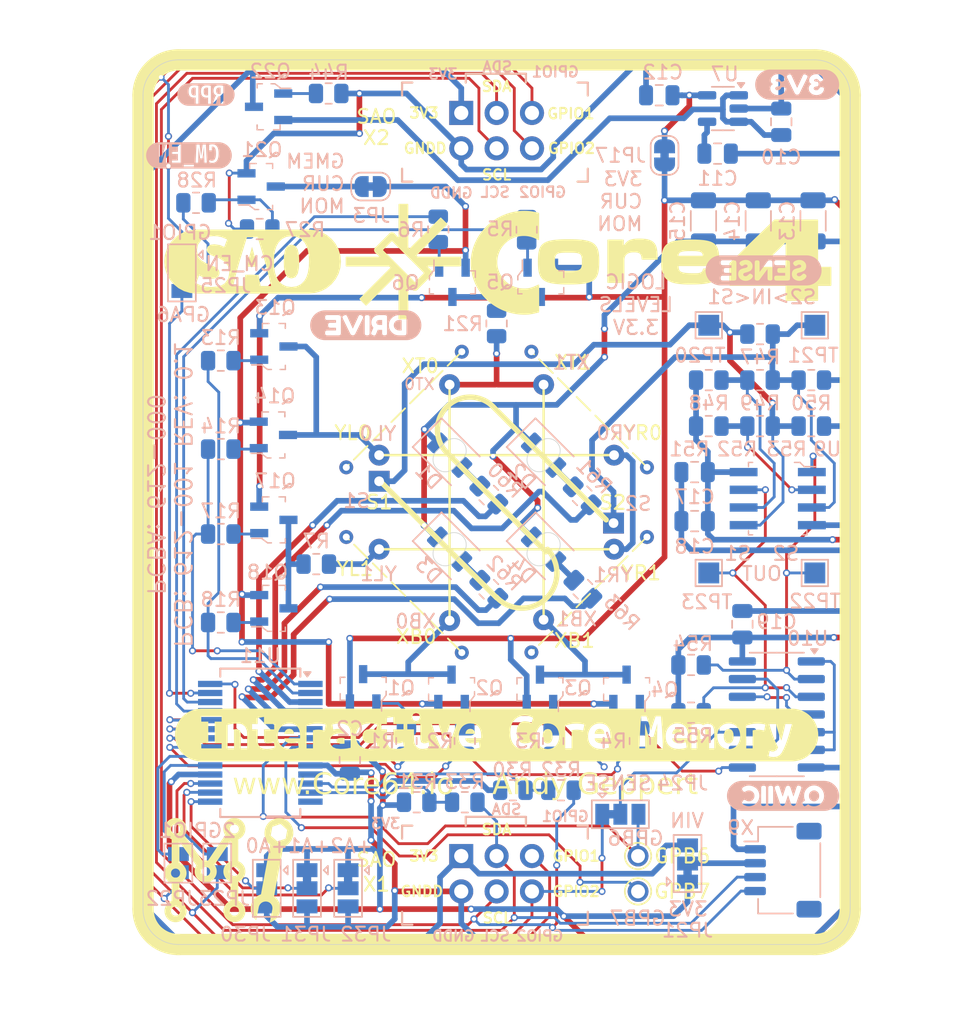
<source format=kicad_pcb>
(kicad_pcb (version 20240108) (generator "pcbnew") (generator_version "8.0")
  (title_block (title "Core4 SAO - PCB Layout") (date "2024-08-21") (rev "0.1") (company "Andy Geppert - Machine Ideas, LLC"))
  (layers (0 "F.Cu" signal) (31 "B.Cu" signal) (34 "B.Paste" user) (35 "F.Paste" user) (36 "B.SilkS" user "B.Silkscreen") (37 "F.SilkS" user "F.Silkscreen") (38 "B.Mask" user) (39 "F.Mask" user) (44 "Edge.Cuts" user))
  (net 0 "")
  (net 1 "VIN")
  (net 2 "/CM_SENSE_1_IN")
  (net 3 "/CM_SENSE_2_IN")
  (net 4 "GND")
  (net 5 "Net-(D1-A)")
  (net 6 "Net-(D2-A)")
  (net 7 "3V3")
  (net 8 "Net-(Q22-S)")
  (net 9 "Net-(JP3-A)")
  (net 10 "GMEM")
  (net 11 "Net-(D3-A)")
  (net 12 "/XB1")
  (net 13 "/GPIO2")
  (net 14 "/CM_SNS_PLS")
  (net 15 "Net-(CM1-XT0)")
  (net 16 "/CM_SNS_RST")
  (net 17 "Net-(JP23-B)")
  (net 18 "/YL1")
  (net 19 "/CA_SENSE_1_OUT")
  (net 20 "/CA_SENSE_2_OUT")
  (net 21 "/SPARE_GPB6")
  (net 22 "Net-(U10-Pad1)")
  (net 23 "Net-(U10-Pad12)")
  (net 24 "Net-(U10-Pad13)")
  (net 25 "Net-(JP30-C)")
  (net 26 "Net-(U7-BP)")
  (net 27 "Net-(U9B--)")
  (net 28 "/GPIO1")
  (net 29 "Net-(D4-A)")
  (net 30 "Net-(Q1-B)")
  (net 31 "Net-(Q2-B)")
  (net 32 "Net-(Q3-B)")
  (net 33 "Net-(Q4-B)")
  (net 34 "Net-(Q5-B)")
  (net 35 "Net-(Q6-B)")
  (net 36 "Net-(Q13-B)")
  (net 37 "Net-(Q14-B)")
  (net 38 "Net-(Q17-B)")
  (net 39 "Net-(Q18-B)")
  (net 40 "/I2C_SDA")
  (net 41 "Net-(U9A--)")
  (net 42 "/LED_1")
  (net 43 "/CM_EN")
  (net 44 "/I2C_SCL")
  (net 45 "/LED_4")
  (net 46 "/LED_3")
  (net 47 "/LED_2")
  (net 49 "Net-(JP31-C)")
  (net 50 "/XB0")
  (net 51 "Net-(JP32-C)")
  (net 52 "/YL0")
  (net 53 "Net-(Q21-G)")
  (net 55 "/XT0,1")
  (net 57 "Net-(Q22-G)")
  (net 58 "/SCL")
  (net 59 "/SDA")
  (net 61 "Net-(CM1-YR0)")
  (net 62 "/SPARE_GPB7")
  (net 63 "/CMDQ-1P")
  (net 64 "/CMDQ-1N")
  (net 65 "/CMDQ-2P")
  (net 66 "/CMDQ-2N")
  (net 67 "/CMDQ-3P")
  (net 68 "/CMDQ-3N")
  (net 69 "/CMDQ-7P9N")
  (net 70 "/CMDQ-7N9P")
  (net 71 "Net-(JP21-C)")
  (net 72 "Net-(JP22-B)")
  (net 73 "Net-(Q17-C)")
  (net 74 "/SPARE_GPA6")
  (net 75 "/3V3_LDO")
  (footprint "Andy_Footprint_Library:TestPoint_THTPad_D1.5mm_Drill1.0mm" (layer "F.Cu") (at 117.6782 151.2456)
    (property "Reference" "TP6" (hide yes))
    (property "Value" "GPB6")
  )
  (footprint "kibuzzard-66BCB8D2" (layer "F.Cu") (at 89.9922 108.5736)
    (property "Reference" "kibuzzard-66BCB8D2" (hide yes))
    (property "Value" "G***" (hide yes))
  )
  (footprint "Andy_Footprint_Library:TestPoint_THTPad_D1.5mm_Drill1.0mm" (layer "F.Cu") (at 117.6782 153.7856)
    (property "Reference" "TP7" (hide yes))
    (property "Value" "GPB7")
  )
  (footprint "Andy_Footprint_Library:Badgelife-SAOv169-BADGE-2x3" (layer "F.Cu") (at 107.5182 152.5156)
    (property "Reference" "X1")
    (property "Value" "SAO_conn_SFH11-NBPC-D03-ST-BK")
  )
  (footprint "Andy_Footprint_Library:core_4_6.75mm_square_front_facing" (layer "F.Cu") (at 107.5182 125.8456)
    (property "Reference" "CM1" (hide yes))
    (property "Value" "Core_Memory_2x2_Matrix_Front_Facing")
  )
  (footprint "kibuzzard-66C119C9" (layer "F.Cu") (at 107.5182 142.5588)
    (property "Reference" "kibuzzard-66C119C9" (hide yes))
    (property "Value" "G***" (hide yes))
  )
  (footprint "Andy_Footprint_Library:Machine_Ideas_logo" (layer "F.Cu") (at 88.7222 152.5156)
    (property "Reference" "L2" (hide yes))
    (property "Value" "~" (hide yes))
  )
  (footprint "Andy_Footprint_Library:Badgelife-SAOv169-BADGE-2x3" (layer "F.Cu") (at 107.5182 99.1756)
    (property "Reference" "X2")
    (property "Value" "SAO_conn_SFH11-NBPC-D03-ST-BK")
  )
  (footprint "Andy_Footprint_Library:Core4_w_core_symbol" (layer "F.Cu") (at 120.388212 108.5736)
    (property "Reference" "L1" (hide yes))
    (property "Value" "~" (hide yes))
  )
  (footprint "Resistor_SMD:R_0805_2012Metric" (layer "B.Cu") (at 111.5822 142.9906 -90)
    (property "Reference" "R3")
    (property "Value" "470")
  )
  (footprint "Jumper:SolderJumper-3_P1.3mm_Bridged12_Pad1.0x1.5mm" (layer "B.Cu") (at 116.4082 148.2484)
    (property "Reference" "JP24")
    (property "Value" "CM_SNS_SEL")
  )
  (footprint "Resistor_SMD:R_0805_2012Metric" (layer "B.Cu") (at 112.141 146.5212 180)
    (property "Reference" "R32")
    (property "Value" "0")
  )
  (footprint "Capacitor_SMD:C_0805_2012Metric" (layer "B.Cu") (at 125.1712 134.6086 90)
    (property "Reference" "C19")
    (property "Value" "0.1uF")
  )
  (footprint "digikey-footprints:SOT-23-3" (layer "B.Cu") (at 104.3432 110.0636 -90)
    (property "Reference" "Q6")
    (property "Value" "MMBT4401LT1G")
  )
  (footprint "Capacitor_SMD:C_0805_2012Metric" (layer "B.Cu") (at 121.7422 127.2046 180)
    (property "Reference" "C18")
    (property "Value" "10uF")
  )
  (footprint "Jumper:SolderJumper-3_P1.3mm_Bridged12_Pad1.0x1.5mm" (layer "B.Cu") (at 84.9122 109.3864 -90)
    (property "Reference" "JP25")
    (property "Value" "CM_SNS_SEL")
  )
  (footprint "Resistor_SMD:R_0805_2012Metric" (layer "B.Cu") (at 101.0412 142.9906 -90)
    (property "Reference" "R1")
    (property "Value" "470")
  )
  (footprint "digikey-footprints:SOT-23-3" (layer "B.Cu") (at 91.5162 114.6696)
    (property "Reference" "Q13")
    (property "Value" "MMBT4403LT1G")
  )
  (footprint "TestPoint:TestPoint_Pad_1.5x1.5mm" (layer "B.Cu") (at 122.7582 113.1456 180)
    (property "Reference" "TP20")
    (property "Value" "S1 IN")
  )
  (footprint "Andy_Footprint_Library:LED_1206_3216Metric_RevMnt_Hole1.8x2.4mm_custom" (layer "B.Cu") (at 110.8932 122.4706 -45)
    (property "Reference" "D2")
    (property "Value" "LED")
    (fp_line (start -0.874999 -0.45) (end -0.874999 0.45) (stroke (width 0.05)) (layer "Edge.Cuts"))
    (fp_line (start 0.874999 -0.45) (end 0.874999 0.45) (stroke (width 0.05)) (layer "Edge.Cuts"))
    (fp_arc (start -0.874999 -0.45) (mid 0 -1.324999) (end 0.874999 -0.45) (stroke (width 0.05)) (layer "Edge.Cuts"))
    (fp_arc (start 0.874999 0.45) (mid 0 1.324999) (end -0.874999 0.45) (stroke (width 0.05)) (layer "Edge.Cuts"))
  )
  (footprint "Resistor_SMD:R_0805_2012Metric" (layer "B.Cu") (at 105.2322 142.9906 -90)
    (property "Reference" "R2")
    (property "Value" "470")
  )
  (footprint "Jumper:SolderJumper-3_P1.3mm_Bridged12_Pad1.0x1.5mm" (layer "B.Cu") (at 93.8992 153.5616 -90)
    (property "Reference" "JP31")
    (property "Value" "A1")
  )
  (footprint "Capacitor_SMD:C_0805_2012Metric" (layer "B.Cu") (at 127.9652 98.5406 90)
    (property "Reference" "C10")
    (property "Value" "1uF")
  )
  (footprint "TestPoint:TestPoint_Pad_1.5x1.5mm" (layer "B.Cu") (at 130.3782 113.1456 180)
    (property "Reference" "TP21")
    (property "Value" "S2 IN")
  )
  (footprint "kibuzzard-64178E7C" (layer "B.Cu") (at 128.0922 146.9276 180)
    (property "Reference" "kibuzzard-64178E7C" (hide yes))
    (property "Value" "G***" (hide yes))
  )
  (footprint "Resistor_SMD:R_0805_2012Metric" (layer "B.Cu") (at 121.4882 137.5296)
    (property "Reference" "R54")
    (property "Value" "1K2")
  )
  (footprint "digikey-footprints:SOT-23-3" (layer "B.Cu") (at 91.5162 133.4656)
    (property "Reference" "Q18")
    (property "Value" "MMBT4401LT1G")
  )
  (footprint "Resistor_SMD:R_0805_2012Metric" (layer "B.Cu") (at 108.6866 146.5212)
    (property "Reference" "R30")
    (property "Value" "1K2")
  )
  (footprint "digikey-footprints:SOT-23-3" (layer "B.Cu") (at 110.6322 139.2736 90)
    (property "Reference" "Q3")
    (property "Value" "MMBT4403LT1G")
  )
  (footprint "Jumper:SolderJumper-2_P1.3mm_Bridged_RoundedPad1.0x1.5mm" (layer "B.Cu") (at 98.4758 103.1888)
    (property "Reference" "JP3")
    (property "Value" "CORE_CURR_MON")
  )
  (footprint "Capacitor_SMD:C_0805_2012Metric" (layer "B.Cu") (at 123.3932 100.8266)
    (property "Reference" "C11")
    (property "Value" "0.01uF")
  )
  (footprint "Jumper:SolderJumper-2_P1.3mm_Open_Pad1.0x1.5mm" (layer "B.Cu") (at 84.6582 151.7536 90)
    (property "Reference" "JP22")
    (property "Value" "INTA")
  )
  (footprint "Resistor_SMD:R_0805_2012Metric" (layer "B.Cu") (at 113.665 125.3884 135)
    (property "Reference" "R61")
    (property "Value" "120")
  )
  (footprint "Andy_Footprint_Library:SOIC-8_W3.9mm" (layer "B.Cu") (at 127.7112 125.5916 -90)
    (property "Reference" "U9")
    (property "Value" "LM393")
  )
  (footprint "Resistor_SMD:R_0805_2012Metric" (layer "B.Cu") (at 105.2322 147.3848)
    (property "Reference" "R33")
    (property "Value" "0")
  )
  (footprint "Resistor_SMD:R_0805_2012Metric" (layer "B.Cu") (at 117.8052 142.9906 -90)
    (property "Reference" "R4")
    (property "Value" "470")
  )
  (footprint "digikey-footprints:SOT-23-3" (layer "B.Cu") (at 104.2822 139.2736 90)
    (property "Reference" "Q2")
    (property "Value" "MMBT4401LT1G")
  )
  (footprint "Resistor_SMD:R_0805_2012Metric" (layer "B.Cu") (at 94.5642 130.2906 180)
    (property "Reference" "R7")
    (property "Value" "8R2-5%")
  )
  (footprint "Resistor_SMD:R_0805_2012Metric" (layer "B.Cu") (at 122.7582 120.3846)
    (property "Reference" "R51")
    (property "Value" "1K8-1%")
  )
  (footprint "Package_TO_SOT_SMD:SOT-23-5" (layer "B.Cu") (at 123.7742 97.5906 180)
    (property "Reference" "U7")
    (property "Value" "SSP9193-33M5R")
  )
  (footprint "Resistor_SMD:R_0805_2012Metric" (layer "B.Cu") (at 126.4412 120.3846)
    (property "Reference" "R52")
    (property "Value" "11-1%")
  )
  (footprint "Package_SO:SOIC-14_3.9x8.7mm_P1.27mm" (layer "B.Cu") (at 127.6462 141.0856 180)
    (property "Reference" "U10")
    (property "Value" "SN74HC02DR")
  )
  (footprint "kibuzzard-66C5FD34" (layer "B.Cu") (at 85.4202 100.9536 180)
    (property "Reference" "kibuzzard-66C5FD34" (hide yes))
    (property "Value" "G***" (hide yes))
  )
  (footprint "digikey-footprints:SOT-23-3" (layer "B.Cu") (at 97.9322 139.2396 90)
    (property "Reference" "Q1")
    (property "Value" "MMBT4403LT1G")
  )
  (footprint "Jumper:SolderJumper-3_P1.3mm_Bridged12_Pad1.0x1.5mm" (layer "B.Cu") (at 91.0082 153.5616 -90)
    (property "Reference" "JP30")
    (property "Value" "A0")
  )
  (footprint "Capacitor_SMD:C_0805_2012Metric" (layer "B.Cu") (at 121.7422 123.6866 180)
    (property "Reference" "C17")
    (property "Value" "0.1uF")
  )
  (footprint "Resistor_SMD:R_0805_2012Metric" (layer "B.Cu") (at 130.1242 120.3846)
    (property "Reference" "R53")
    (property "Value" "1K5-1%")
  )
  (footprint "Resistor_SMD:R_0805_2012Metric" (layer "B.Cu") (at 106.9594 125.3376 135)
    (property "Reference" "R60")
    (property "Value" "120")
  )
  (footprint "Andy_Footprint_Library:LED_1206_3216Metric_RevMnt_Hole1.8x2.4mm_custom" (layer "B.Cu") (at 104.1432 129.2206 -45)
    (property "Reference" "D3")
    (property "Value" "LED")
    (fp_line (start -0.874999 -0.45) (end -0.874999 0.45) (stroke (width 0.05)) (layer "Edge.Cuts"))
    (fp_line (start 0.874999 -0.45) (end 0.874999 0.45) (stroke (width 0.05)) (layer "Edge.Cuts"))
    (fp_arc (start -0.874999 -0.45) (mid 0 -1.324999) (end 0.874999 -0.45) (stroke (width 0.05)) (layer "Edge.Cuts"))
    (fp_arc (start 0.874999 0.45) (mid 0 1.324999) (end -0.874999 0.45) (stroke (width 0.05)) (layer "Edge.Cuts"))
  )
  (footprint "Resistor_SMD:R_0805_2012Metric" (layer "B.Cu") (at 101.7778 147.3848)
    (property "Reference" "R31")
    (property "Value" "1K2")
  )
  (footprint "kibuzzard-66C5FD67" (layer "B.Cu") (at 86.6394 96.5848 180)
    (property "Reference" "kibuzzard-66C5FD67" (hide yes))
    (property "Value" "G***" (hide yes))
  )
  (footprint "kibuzzard-64178DE8" (layer "B.Cu") (at 126.6952 109.2086 180)
    (property "Reference" "kibuzzard-64178DE8" (hide yes))
    (property "Value" "G***" (hide yes))
  )
  (footprint "Resistor_SMD:R_0805_2012Metric" (layer "B.Cu") (at 90.5002 106.2368)
    (property "Reference" "R27")
    (property "Value" "4K7")
  )
  (footprint "Resistor_SMD:R_0805_2012Metric" (layer "B.Cu") (at 106.9594 132.094 135)
    (property "Reference" "R62")
    (property "Value" "120")
  )
  (footprint "Jumper:SolderJumper-3_P1.3mm_Bridged12_Pad1.0x1.5mm" (layer "B.Cu") (at 96.8502 153.5616 -90)
    (property "Reference" "JP32")
    (property "Value" "A2")
  )
  (footprint "Resistor_SMD:R_0805_2012Metric" (layer "B.Cu") (at 130.1242 117.0826)
    (property "Reference" "R50")
    (property "Value" "1K5-1%")
  )
  (footprint "digikey-footprints:SOT-23-3" (layer "B.Cu") (at 91.4822 121.0196)
    (property "Reference" "Q14")
    (property "Value" "MMBT4401LT1G")
  )
  (footprint "Package_SO:SSOP-28_5.3x10.2mm_P0.65mm" (layer "B.Cu") (at 90.5442 143.1176 180)
    (property "Reference" "U11")
    (property "Value" "MCP23017_SS")
  )
  (footprint "Capacitor_SMD:C_0805_2012Metric" (layer "B.Cu") (at 96.9772 144.3876 -90)
    (property "Reference" "C2")
    (property "Value" "0.1uF")
  )
  (footprint "Resistor_SMD:R_0805_2012Metric" (layer "B.Cu") (at 122.7582 117.0826)
    (property "Reference" "R48")
    (property "Value" "1K8-1%")
  )
  (footprint "Resistor_SMD:R_0805_2012Metric" (layer "B.Cu") (at 109.6772 106.2876 90)
    (property "Reference" "R5")
    (property "Value" "470")
  )
  (footprint "Capacitor_SMD:C_1206_3216Metric" (layer "B.Cu") (at 122.3772 105.6526 -90)
    (property "Reference" "C15")
    (property "Value" "220uF")
  )
  (footprint "digikey-footprints:SOT-23-3" (layer "B.Cu") (at 116.8552 139.2736 90)
    (property "Reference" "Q4")
    (property "Value" "MMBT4401LT1G")
  )
  (footprint "TestPoint:TestPoint_Pad_1.5x1.5mm" (layer "B.Cu") (at 130.3782 130.9256 180)
    (property "Reference" "TP22")
    (property "Value" "S2 OUT")
  )
  (footprint "Resistor_SMD:R_0805_2012Metric" (layer "B.Cu") (at 113.7158 132.094 135)
    (property "Reference" "R63")
    (property "Value" "120")
  )
  (footprint "Resistor_SMD:R_0805_2012Metric" (layer "B.Cu") (at 107.5182 113.0186 -90)
    (property "Reference" "R21")
    (property "Value" "8R2-5%")
  )
  (footprint "Andy_Footprint_Library:LED_1206_3216Metric_RevMnt_Hole1.8x2.4mm_custom" (layer "B.Cu") (at 110.8932 129.2206 -45)
    (property "Reference" "D4")
    (property "Value" "LED")
    (fp_line (start -0.874999 -0.45) (end -0.874999 0.45) (stroke (width 0.05)) (layer "Edge.Cuts"))
    (fp_line (start 0.874999 -0.45) (end 0.874999 0.45) (stroke (width 0.05)) (layer "Edge.Cuts"))
    (fp_arc (start -0.874999 -0.45) (mid 0 -1.324999) (end 0.874999 -0.45) (stroke (width 0.05)) (layer "Edge.Cuts"))
    (fp_arc (start 0.874999 0.45) (mid 0 1.324999) (end -0.874999 0.45) (stroke (width 0.05)) (layer "Edge.Cuts"))
  )
  (footprint "Resistor_SMD:R_0805_2012Metric" (layer "B.Cu") (at 95.4532 96.5086)
    (property "Reference" "R44")
    (property "Value" "4K7")
  )
  (footprint "Capacitor_SMD:C_0805_2012Metric" (layer "B.Cu") (at 119.2022 96.6356 180)
    (property "Reference" "C12")
    (property "Value" "1uF")
  )
  (footprint "kibuzzard-64178DF4" (layer "B.Cu") (at 98.1202 113.1456 180)
    (property "Reference" "kibuzzard-64178DF4" (hide yes))
    (property "Value" "G***" (hide yes))
  )
  (footprint "Resistor_SMD:R_0805_2012Metric" (layer "B.Cu") (at 87.7062 115.6856 180)
    (property "Reference" "R13")
    (property "Value" "470")
  )
  (footprint "Resistor_SMD:R_0805_2012Metric" (layer "B.Cu") (at 103.3272 106.2641 90)
    (property "Reference" "R6")
    (property "Value" "470")
  )
  (footprint "Resistor_SMD:R_0805_2012Metric" (layer "B.Cu") (at 85.9282 104.3572)
    (property "Reference" "R28")
    (property "Value" "470")
  )
  (footprint "Capacitor_SMD:C_1206_3216Metric" (layer "B.Cu") (at 126.3142 105.6526 -90)
    (property "Reference" "C14")
    (property "Value" "220uF")
  )
  (footprint "Connector_JST:JST_SH_SM04B-SRSS-TB_1x04-1MP_P1.00mm_Horizontal" (layer "B.Cu") (at 128.0856 152.2602 -90)
    (property "Reference" "X9")
    (property "Value" "QWIIC")
  )
  (footprint "Jumper:SolderJumper-2_P1.3mm_Bridged_RoundedPad1.0x1.5mm" (layer "B.Cu") (at 119.5832 100.9536 -90)
    (property "Reference" "JP17")
    (property "Value" "3V3_CUR_MON")
  )
  (footprint "digikey-footprints:SOT-23-3" (layer "B.Cu") (at 91.1407 97.4636 180)
    (property "Reference" "Q22")
    (property "Value" "SL3401A")
  )
  (footprint "Resistor_SMD:R_0805_2012Metric" (layer "B.Cu") (at 126.4412 113.7806)
    (property "Reference" "R47")
    (property "Value" "1K5-1%")
  )
  (footprint "Jumper:SolderJumper-3_P1.3mm_Bridged12_Pad1.0x1.5mm" (layer "B.Cu") (at 121.2342 151.7836 90)
    (property "Reference" "JP21")
    (property "Value" "V_SEL")
  )
  (footprint "Capacitor_SMD:C_1206_3216Metric" (layer "B.Cu") (at 130.2512 105.6526 -90)
    (property "Reference" "C13")
    (property "Value" "220uF")
  )
  (footprint "digikey-footprints:SOT-23-3" (layer "B.Cu") (at 90.6018 103.1888)
    (property "Reference" "Q21")
    (property "Value" "Q_NMOS_DGS_AO3400A")
  )
  (footprint "Resistor_SMD:R_0805_2012Metric" (layer "B.Cu") (at 87.7062 134.4816 180)
    (property "Reference" "R18")
    (property "Value" "470")
  )
  (footprint "Andy_Footprint_Library:LED_1206_3216Metric_RevMnt_Hole1.8x2.4mm_custom" (layer "B.Cu") (at 104.1432 122.4706 -45)
    (property "Reference" "D1")
    (property "Value" "LED")
    (fp_line (start -0.874999 -0.45) (end -0.874999 0.45) (stroke (width 0.05)) (layer "Edge.Cuts"))
    (fp_line (start 0.874999 -0.45) (end 0.874999 0.45) (stroke (width 0.05)) (layer "Edge.Cuts"))
    (fp_arc (start -0.874999 -0.45) (mid 0 -1.324999) (end 0.874999 -0.45) (stroke (width 0.05)) (layer "Edge.Cuts"))
    (fp_arc (start 0.874999 0.45) (mid 0 1.324999) (end -0.874999 0.45) (stroke (width 0.05)) (layer "Edge.Cuts"))
  )
  (footprint "TestPoint:TestPoint_Pad_1.5x1.5mm" (layer "B.Cu") (at 122.7582 130.9256 180)
    (property "Reference" "TP23")
    (property "Value" "S1 OUT")
  )
  (footprint "Resistor_SMD:R_0805_2012Metric" (layer "B.Cu") (at 121.4882 140.9586)
    (property "Reference" "R55")
    (property "Value" "1K2")
  )
  (footprint "Resistor_SMD:R_0805_2012Metric" (layer "B.Cu") (at 87.7062 122.0356 180)
    (property "Reference" "R14")
    (property "Value" "470")
  )
  (footprint "kibuzzard-6417AF30" (layer "B.Cu") (at 129.1082 95.8736 180)
    (property "Reference" "kibuzzard-6417AF30" (hide yes))
    (property "Value" "G***" (hide yes))
  )
  (footprint "Resistor_SMD:R_0805_2012Metric" (layer "B.Cu") (at 87.7062 128.1316 180)
    (property "Reference" "R17")
    (property "Value" "470")
  )
  (footprint "digikey-footprints:SOT-23-3" (layer "B.Cu") (at 110.6932 110.0636 -90)
    (property "Reference" "Q5")
    (property "Value" "MMBT4403LT1G")
  )
  (footprint "digikey-footprints:SOT-23-3" (layer "B.Cu") (at 91.5162 127.1156)
    (property "Reference" "Q17")
    (property "Value" "MMBT4403LT1G")
  )
  (footprint "Jumper:SolderJumper-2_P1.3mm_Open_Pad1.0x1.5mm" (layer "B.Cu") (at 87.4522 151.7536 90)
    (property "Reference" "JP23")
    (property "Value" "INTB")
  )
  (footprint "Resistor_SMD:R_0805_2012Metric" (layer "B.Cu") (at 126.4412 117.0826)
    (property "Reference" "R49")
    (property "Value" "11-1%")
  )
  (gr_line (start 84.6582 94.0956) (end 130.3782 94.0956) (stroke (width 1.524)) (layer "F.SilkS"))
  (gr_line (start 118.278518 128.369482) (end 110.016682 136.631318) (stroke (width 0.127) (type dash)) (layer "F.SilkS"))
  (gr_line (start 104.985036 115.069164) (end 96.7232 123.331) (stroke (width 0.127) (type dash)) (layer "F.SilkS"))
  (gr_line (start 132.9182 96.6356) (end 132.9182 155.0556) (stroke (width 1.524)) (layer "F.SilkS"))
  (gr_arc (start 130.3782 94.0956) (mid 132.17425 94.839549) (end 132.9182 96.6356) (stroke (width 1.524)) (layer "F.SilkS"))
  (gr_line (start 99.06 122.4674) (end 115.824 122.4674) (stroke (width 0.1778)) (layer "F.SilkS"))
  (gr_line (start 82.1182 155.0556) (end 82.1182 96.6356) (stroke (width 1.524)) (layer "F.SilkS"))
  (gr_line (start 104.14 134.2276) (end 104.14 117.4636) (stroke (width 0.1778)) (layer "F.SilkS"))
  (gr_line (start 118.294636 123.312436) (end 110.0328 115.0506) (stroke (width 0.127) (type dash)) (layer "F.SilkS"))
  (gr_line (start 130.3782 157.5956) (end 84.6582 157.5956) (stroke (width 1.524)) (layer "F.SilkS"))
  (gr_arc (start 132.9182 155.0556) (mid 132.174251 156.851651) (end 130.3782 157.5956) (stroke (width 1.524)) (layer "F.SilkS"))
  (gr_arc (start 84.6582 157.5956) (mid 82.862149 156.851651) (end 82.1182 155.0556) (stroke (width 1.524)) (layer "F.SilkS"))
  (gr_line (start 115.392202 127.115599) (end 107.2642 118.9876) (stroke (width 0.381)) (layer "F.SilkS"))
  (gr_line (start 99.187 129.2238) (end 115.951 129.2238) (stroke (width 0.1778)) (layer "F.SilkS"))
  (gr_arc (start 103.830323 122.167478) (mid 104.017211 118.925271) (end 107.2642 118.9876) (stroke (width 0.381)) (layer "F.SilkS"))
  (gr_line (start 110.8964 134.2276) (end 110.8964 117.4636) (stroke (width 0.1778)) (layer "F.SilkS"))
  (gr_arc (start 82.1182 96.6356) (mid 82.862149 94.839549) (end 84.6582 94.0956) (stroke (width 1.524)) (layer "F.SilkS"))
  (gr_line (start 103.830323 122.167478) (end 111.07043 129.407585) (stroke (width 0.381)) (layer "F.SilkS"))
  (gr_arc (start 111.175802 129.229018) (mid 111.0488 132.7798) (end 107.498019 132.652802) (stroke (width 0.381)) (layer "F.SilkS"))
  (gr_line (start 105.0036 136.6152) (end 96.741764 128.353364) (stroke (width 0.127) (type dash)) (layer "F.SilkS"))
  (gr_line (start 99.1362 124.3216) (end 107.518202 132.703599) (stroke (width 0.381)) (layer "F.SilkS"))
  (gr_arc (start 132.9182 155.0556) (mid 132.174251 156.851651) (end 130.3782 157.5956) (stroke (width 0.05)) (layer "Edge.Cuts"))
  (gr_arc (start 130.3782 94.0956) (mid 132.174251 94.839549) (end 132.9182 96.6356) (stroke (width 0.05)) (layer "Edge.Cuts"))
  (gr_line (start 132.9182 96.6356) (end 132.9182 155.0556) (stroke (width 0.05)) (layer "Edge.Cuts"))
  (gr_line (start 130.3782 157.5956) (end 84.6582 157.5956) (stroke (width 0.05)) (layer "Edge.Cuts"))
  (gr_line (start 82.1182 155.0556) (end 82.1182 96.6356) (stroke (width 0.05)) (layer "Edge.Cuts"))
  (gr_line (start 84.6582 94.0956) (end 130.3782 94.0956) (stroke (width 0.05)) (layer "Edge.Cuts"))
  (gr_arc (start 82.1182 96.6356) (mid 82.862149 94.839549) (end 84.6582 94.0956) (stroke (width 0.05)) (layer "Edge.Cuts"))
  (gr_arc (start 84.6582 157.5956) (mid 82.862149 156.851651) (end 82.1182 155.0556) (stroke (width 0.05)) (layer "Edge.Cuts"))
  (gr_text "3V3\nCUR\nMON" (at 118.0846 104.2556 0) (layer "B.SilkS") (effects (font (size 1 1)) (justify left mirror)))
  (gr_text "GMEM\nCUR\nMON" (at 96.6978 102.9856 0) (layer "B.SilkS") (effects (font (size 1 1)) (justify left mirror)))
  (gr_text "2GPIO1" (at 88.8746 149.4168 0) (layer "B.SilkS") (effects (font (size 1.016 1.016) (thickness 0.1524)) (justify left mirror)))
  (gr_text "+A2+A1+A0" (at 98.7252 150.5136 0) (layer "B.SilkS") (effects (font (size 1 1)) (justify left mirror)))
  (gr_text "CM_EN" (at 91.6178 108.726 0) (layer "B.SilkS") (effects (font (size 1.016 1.016) (thickness 0.1524)) (justify left mirror)))
  (gr_text "S2" (at 128.2954 129.5286 0) (layer "B.SilkS") (effects (font (size 1 1)) (justify mirror)))
  (gr_text "S1" (at 124.841 129.5286 0) (layer "B.SilkS") (effects (font (size 1 1)) (justify mirror)))
  (gr_text "GPIO1" (at 87.1474 106.4908 0) (layer "B.SilkS") (effects (font (size 1.016 1.016) (thickness 0.1524)) (justify left mirror)))
  (gr_text "S2>IN<S1" (at 126.5682 111.1136 0) (layer "B.SilkS") (effects (font (size 1 1)) (justify mirror)))
  (gr_text "3V3" (at 122.7582 155.0556 0) (layer "B.SilkS") (effects (font (size 1.016 1.016) (thickness 0.1524)) (justify left mirror)))
  (gr_text "GPB7" (at 119.761 155.716 -0) (layer "B.SilkS") (effects (font (size 1.016 1.016) (thickness 0.1524)) (justify left mirror)))
  (gr_text "PCB: 612-001 REV: 0.1\nPCBA: 612-000\n" (at 83.9978 125.2868 270) (layer "B.SilkS") (effects (font (size 1.2 1.2)) (justify mirror)))
  (gr_text "OUT" (at 126.5682 130.9764 0) (layer "B.SilkS") (effects (font (size 1 1)) (justify mirror)))
  (gr_text "SENSE" (at 118.745 146.0132 0) (layer "B.SilkS") (effects (font (size 1.016 1.016) (thickness 0.1524)) (justify left mirror)))
  (gr_text "LOGIC\nLEVELS\n3.3V" (at 117.5258 111.6724 -0) (layer "B.SilkS") (effects (font (size 1.016 1.016) (thickness 0.1524)) (justify mirror)))
  (gr_text "GPB6" (at 119.6086 149.9756 -0) (layer "B.SilkS") (effects (font (size 1.016 1.016) (thickness 0.1524)) (justify left mirror)))
  (gr_text "VIN" (at 122.5042 148.7056 0) (layer "B.SilkS") (effects (font (size 1.016 1.016) (thickness 0.1524)) (justify left mirror)))
  (gr_text "GPA6" (at 87.0458 112.3836 0) (layer "B.SilkS") (effects (font (size 1.016 1.016) (thickness 0.1524)) (justify left mirror)))
  (gr_text "www.Core64.io    Andy Geppert" (at 121.9962 146.1656 0) (layer "F.SilkS") (effects (font (size 1.524 1.524) (thickness 0.2032)) (justify right)))
  (gr_text "GPB6" (at 118.745 151.2456 0) (layer "F.SilkS") (effects (font (size 1.016 1.016) (thickness 0.1524)) (justify left)))
  (gr_text "GPB7" (at 118.745 153.7856 0) (layer "F.SilkS") (effects (font (size 1.016 1.016) (thickness 0.1524)) (justify left)))
  (segment (start 119.4562 151.7536) (end 119.4562 150.7376) (width 0.4064) (layer "B.Cu") (net 1))
  (segment (start 103.4542 156.0716) (end 103.4542 152.7696) (width 0.4064) (layer "B.Cu") (net 1))
  (segment (start 103.4542 94.6036) (end 90.043 94.6036) (width 0.4064) (layer "B.Cu") (net 1))
  (segment (start 90.043 94.6036) (end 82.6262 102.0204) (width 0.4064) (layer "B.Cu") (net 1))
  (segment (start 90.043 94.6036) (end 90.0032 94.6434) (width 0.4064) (layer "B.Cu") (net 1))
  (segment (start 84.4042 157.0876) (end 102.4382 157.0876) (width 0.4064) (layer "B.Cu") (net 1))
  (segment (start 82.6262 155.3096) (end 84.4042 157.0876) (width 0.4064) (layer "B.Cu") (net 1))
  (segment (start 118.6942 152.5156) (end 119.4562 151.7536) (width 0.4064) (layer "B.Cu") (net 1))
  (segment (start 102.4382 157.0876) (end 103.4542 156.0716) (width 0.4064) (layer "B.Cu") (net 1))
  (segment (start 106.2482 152.5156) (end 118.6942 152.5156) (width 0.4064) (layer "B.Cu") (net 1))
  (segment (start 103.4542 152.7696) (end 104.9782 151.2456) (width 0.4064) (layer "B.Cu") (net 1))
  (segment (start 90.0032 94.6434) (end 90.0032 97.4636) (width 0.4064) (layer "B.Cu") (net 1))
  (segment (start 119.7102 150.4836) (end 121.2342 150.4836) (width 0.4064) (layer "B.Cu") (net 1))
  (segment (start 104.9782 96.1276) (end 103.4542 94.6036) (width 0.4064) (layer "B.Cu") (net 1))
  (segment (start 82.6262 102.0204) (end 82.6262 155.3096) (width 0.4064) (layer "B.Cu") (net 1))
  (segment (start 119.4562 150.7376) (end 119.7102 150.4836) (width 0.4064) (layer "B.Cu") (net 1))
  (segment (start 104.9782 151.2456) (end 106.2482 152.5156) (width 0.4064) (layer "B.Cu") (net 1))
  (segment (start 104.9782 97.9056) (end 104.9782 96.1276) (width 0.4064) (layer "B.Cu") (net 1))
  (segment (start 124.2822 115.6856) (end 127.3302 118.7336) (width 0.4064) (layer "F.Cu") (net 2))
  (segment (start 124.2822 113.6536) (end 124.2822 115.6856) (width 0.4064) (layer "F.Cu") (net 2))
  (via (at 127.3302 118.7336) (size 0.508) (drill 0.3048) (layers "F.Cu" "B.Cu") (net 2))
  (via (at 124.2822 113.6536) (size 0.508) (drill 0.3048) (layers "F.Cu" "B.Cu") (net 2))
  (segment (start 113.1062 115.9396) (end 114.5032 114.5426) (width 0.4064) (layer "B.Cu") (net 2))
  (segment (start 127.3537 121.7581) (end 127.3537 120.3846) (width 0.2032) (layer "B.Cu") (net 2))
  (segment (start 127.3302 120.3611) (end 127.3537 120.3846) (width 0.4064) (layer "B.Cu") (net 2))
  (segment (start 99.0807 124.3456) (end 100.1282 124.3456) (width 0.4064) (layer "B.Cu") (net 2))
  (segment (start 100.9142 117.3366) (end 102.3112 115.9396) (width 0.4064) (layer "B.Cu") (net 2))
  (segment (start 121.3612 113.1456) (end 123.7742 113.1456) (width 0.4064) (layer "B.Cu") (net 2))
  (segment (start 128.0922 125.8456) (end 128.0922 122.5436) (width 0.2032) (layer "B.Cu") (net 2))
  (segment (start 126.4412 127.4966) (end 128.0922 125.8456) (width 0.2032) (layer "B.Cu") (net 2))
  (segment (start 102.3112 115.9396) (end 113.1062 115.9396) (width 0.4064) (layer "B.Cu") (net 2))
  (segment (start 129.2117 120.3846) (end 127.3537 120.3846) (width 0.4064) (layer "B.Cu") (net 2))
  (segment (start 119.9642 114.5426) (end 121.3612 113.1456) (width 0.4064) (layer "B.Cu") (net 2))
  (segment (start 123.7742 113.1456) (end 124.2822 113.6536) (width 0.4064) (layer "B.Cu") (net 2))
  (segment (start 100.1282 124.3456) (end 100.9142 123.5596) (width 0.4064) (layer "B.Cu") (net 2))
  (segment (start 125.2612 127.4966) (end 126.4412 127.4966) (width 0.2032) (layer "B.Cu") (net 2))
  (segment (start 128.0922 122.5436) (end 127.3302 121.7816) (width 0.2032) (layer "B.Cu") (net 2))
  (segment (start 100.9142 123.5596) (end 100.9142 117.3366) (width 0.4064) (layer "B.Cu") (net 2))
  (segment (start 127.3302 118.7336) (end 127.3302 120.3611) (width 0.4064) (layer "B.Cu") (net 2))
  (segment (start 127.3302 121.7816) (end 127.3537 121.7581) (width 0.2032) (layer "B.Cu") (net 2))
  (segment (start 124.2822 113.6536) (end 125.4017 113.6536) (width 0.4064) (layer "B.Cu") (net 2))
  (segment (start 114.5032 114.5426) (end 119.9642 114.5426) (width 0.4064) (layer "B.Cu") (net 2))
  (segment (start 127.3537 116.4241) (end 127.3537 117.0826) (width 0.4064) (layer "B.Cu") (net 3))
  (segment (start 114.3762 123.5596) (end 115.9182 125.1016) (width 0.4064) (layer "B.Cu") (net 3))
  (segment (start 127.3537 115.4316) (end 120.3452 115.4316) (width 0.4064) (layer "B.Cu") (net 3))
  (segment (start 115.9182 125.1016) (end 115.9182 127.3456) (width 0.4064) (layer "B.Cu") (net 3))
  (segment (start 129.2117 117.0826) (end 129.2117 118.2021) (width 0.2032) (layer "B.Cu") (net 3))
  (segment (start 127.3537 117.0826) (end 129.2117 117.0826) (width 0.4064) (layer "B.Cu") (net 3))
  (segment (start 114.3762 121.4006) (end 114.3762 123.5596) (width 0.4064) (layer "B.Cu") (net 3))
  (segment (start 131.7752 125.8456) (end 131.3942 126.2266) (width 0.2032) (layer "B.Cu") (net 3))
  (segment (start 131.7752 123.0516) (end 131.7752 125.8456) (width 0.2032) (layer "B.Cu") (net 3))
  (segment (start 127.3302 115.6856) (end 127.3302 116.4006) (width 0.4064) (layer "B.Cu") (net 3))
  (segment (start 131.3942 126.2266) (end 130.1612 126.2266) (width 0.2032) (layer "B.Cu") (net 3))
  (segment (start 130.1242 119.1146) (end 130.1242 121.4006) (width 0.2032) (layer "B.Cu") (net 3))
  (segment (start 128.4732 113.7806) (end 129.1082 113.1456) (width 0.4064) (layer "B.Cu") (net 3))
  (segment (start 127.3302 115.6856) (end 127.3537 115.6621) (width 0.4064) (layer "B.Cu") (net 3))
  (segment (start 129.1082 113.1456) (end 130.3782 113.1456) (width 0.4064) (layer "B.Cu") (net 3))
  (segment (start 130.1242 121.4006) (end 131.7752 123.0516) (width 0.2032) (layer "B.Cu") (net 3))
  (segment (start 127.3537 115.6621) (end 127.3537 113.7806) (width 0.4064) (layer "B.Cu") (net 3))
  (segment (start 127.3537 113.7806) (end 128.4732 113.7806) (width 0.4064) (layer "B.Cu") (net 3))
  (segment (start 127.3302 116.4006) (end 127.3537 116.4241) (width 0.4064) (layer "B.Cu") (net 3))
  (segment (start 129.2117 118.2021) (end 130.1242 119.1146) (width 0.2032) (layer "B.Cu") (net 3))
  (segment (start 120.3452 115.4316) (end 114.3762 121.4006) (width 0.4064) (layer "B.Cu") (net 3))
  (segment (start 88.3158 105.7796) (end 88.3158 102.2236) (width 0.2032) (layer "F.Cu") (net 4))
  (segment (start 88.3158 102.2236) (end 88.3685 102.1709) (width 0.2032) (layer "F.Cu") (net 4))
  (segment (start 88.265 105.8304) (end 88.3158 105.7796) (width 0.2032) (layer "F.Cu") (net 4))
  (segment (start 104.9782 153.7856) (end 100.2538 153.7856) (width 0.4064) (layer "F.Cu") (net 4))
  (segment (start 102.3112 120.6386) (end 102.3112 127.498969) (width 0.4064) (layer "F.Cu") (net 4))
  (segment (start 100.203 153.7348) (end 100.203 151.8044) (width 0.4064) (layer "F.Cu") (net 4))
  (segment (start 110.4646 126.252) (end 110.4646 125.744) (width 0.4064) (layer "F.Cu") (net 4))
  (segment (start 100.2538 153.7856) (end 100.203 153.7348) (width 0.4064) (layer "F.Cu") (net 4))
  (segment (start 97.663 96.5086) (end 97.663 99.3788) (width 0.4064) (layer "F.Cu") (net 4))
  (segment (start 102.3366 120.6132) (end 102.3112 120.6386) (width 0.4064) (layer "F.Cu") (net 4))
  (segment (start 98.5012 145.275) (end 98.5012 147.3086) (width 0.4064) (layer "F.Cu") (net 4))
  (segment (start 115.2652 115.4316) (end 115.2652 113.3996) (width 0.4064) (layer "F.Cu") (net 4))
  (segment (start 110.4646 125.744) (end 107.2642 122.5436) (width 0.4064) (layer "F.Cu") (net 4))
  (segment (start 100.203 151.8044) (end 98.5012 150.1026) (width 0.4064) (layer "F.Cu") (net 4))
  (via (at 98.5012 147.3086) (size 0.508) (drill 0.3048) (layers "F.Cu" "B.Cu") (net 4))
  (via (at 107.2642 122.5436) (size 0.508) (drill 0.3048) (layers "F.Cu" "B.Cu") (net 4))
  (via (at 97.663 99.3788) (size 0.508) (drill 0.3048) (layers "F.Cu" "B.Cu") (net 4))
  (via (at 102.3112 127.498969) (size 0.508) (drill 0.3048) (layers "F.Cu" "B.Cu") (net 4))
  (via (at 115.2652 115.4316) (size 0.508) (drill 0.3048) (layers "F.Cu" "B.Cu") (net 4))
  (via (at 88.3158 102.2236) (size 0.508) (drill 0.3048) (layers "F.Cu" "B.Cu") (net 4))
  (via (at 110.4646 126.252) (size 0.508) (drill 0.3048) (layers "F.Cu" "B.Cu") (net 4))
  (via (at 115.2652 113.3996) (size 0.508) (drill 0.3048) (layers "F.Cu" "B.Cu") (net 4))
  (via (at 100.203 153.7348) (size 0.508) (drill 0.3048) (layers "F.Cu" "B.Cu") (net 4))
  (via (at 102.3366 120.6132) (size 0.508) (drill 0.3048) (layers "F.Cu" "B.Cu") (net 4))
  (via (at 98.5012 150.1026) (size 0.508) (drill 0.3048) (layers "F.Cu" "B.Cu") (net 4))
  (via (at 88.265 105.8304) (size 0.508) (drill 0.3048) (layers "F.Cu" "B.Cu") (net 4))
  (via (at 98.5012 145.275) (size 0.508) (drill 0.3048) (layers "F.Cu" "B.Cu") (net 4))
  (via (at 97.663 96.5086) (size 0.508) (drill 0.3048) (layers "F.Cu" "B.Cu") (net 4))
  (segment (start 132.4102 141.7206) (end 132.4102 133.7196) (width 0.4064) (layer "B.Cu") (net 4))
  (segment (start 111.5822 101.098903) (end 110.711503 101.9696) (width 0.4064) (layer "B.Cu") (net 4))
  (segment (start 102.936815 128.124584) (end 102.3112 127.498969) (width 0.4064) (layer "B.Cu") (net 4))
  (segment (start 97.0778 145.237) (end 96.9772 145.3376) (width 0.4064) (layer "B.Cu") (net 4))
  (segment (start 132.4102 127.4966) (end 132.4102 120.3846) (width 0.4064) (layer "B.Cu") (net 4))
  (segment (start 88.265 105.8304) (end 88.6714 106.2368) (width 0.2032) (layer "B.Cu") (net 4))
  (segment (start 127.9652 94.6036) (end 118.1862 94.6036) (width 0.4064) (layer "B.Cu") (net 4))
  (segment (start 115.2652 113.3996) (end 115.2652 112.409) (width 0.4064) (layer "B.Cu") (net 4))
  (segment (start 132.4102 117.0826) (end 132.4102 117.5906) (width 0.4064) (layer "B.Cu") (net 4))
  (segment (start 132.4102 96.6356) (end 130.3782 94.6036) (width 0.4064) (layer "B.Cu") (net 4))
  (segment (start 97.663 96.5086) (end 96.3657 96.5086) (width 0.4064) (layer "B.Cu") (net 4))
  (segment (start 130.1212 144.8956) (end 132.4102 144.8956) (width 0.4064) (layer "B.Cu") (net 4))
  (segment (start 132.4102 129.3) (end 121.5136 129.3) (width 0.4064) (layer "B.Cu") (net 4))
  (segment (start 132.3612 107.1276) (end 132.4102 107.1766) (width 0.4064) (layer "B.Cu") (net 4))
  (segment (start 125.1712 133.6586) (end 132.3492 133.6586) (width 0.4064) (layer "B.Cu") (net 4))
  (segment (start 91.5162 99.3788) (end 89.5518 101.3432) (width 0.4064) (layer "B.Cu") (net 4))
  (segment (start 132.4102 108.1926) (end 132.4102 100.8266) (width 0.4064) (layer "B.Cu") (net 4))
  (segment (start 132.4102 133.7196) (end 132.4102 129.1476) (width 0.4064) (layer "B.Cu") (net 4))
  (segment (start 130.3782 94.6036) (end 127.9652 94.6036) (width 0.4064) (layer "B.Cu") (net 4))
  (segment (start 91.7702 156.3256) (end 91.0082 155.5636) (width 0.4064) (layer "B.Cu") (net 4))
  (segment (start 130.1612 127.4966) (end 132.4102 127.4966) (width 0.4064) (layer "B.Cu") (net 4))
  (segment (start 108.9152 120.4926) (end 108.9152 118.8606) (width 0.4064) (layer "B.Cu") (net 4))
  (segment (start 120.7922 127.2046) (end 120.7922 123.6866) (width 0.4064) (layer "B.Cu") (net 4))
  (segment (start 132.4102 129.1476) (end 132.4102 127.4966) (width 0.4064) (layer "B.Cu") (net 4))
  (segment (start 132.4102 120.3846) (end 132.4102 117.5906) (width 0.4064) (layer "B.Cu") (net 4))
  (segment (start 100.203 153.7348) (end 100.203 155.7668) (width 0.4064) (layer "B.Cu") (net 4))
  (segment (start 93.8022 156.3256) (end 91.7702 156.3256) (width 0.4064) (layer "B.Cu") (net 4))
  (segment (start 118.2522 96.6356) (end 118.2522 94.6696) (width 0.4064) (layer "B.Cu") (net 4))
  (segment (start 93.8992 156.2286) (end 93.8022 156.3256) (width 0.4064) (layer "B.Cu") (net 4))
  (segment (start 95.9587 145.3376) (end 95.3637 144.7426) (width 0.4064) (layer "B.Cu") (net 4))
  (segment (start 109.797184 121.374584) (end 108.9152 120.4926) (width 0.4064) (layer "B.Cu") (net 4))
  (segment (start 120.7922 128.5786) (end 120.7922 127.2046) (width 0.4064) (layer "B.Cu") (net 4))
  (segment (start 121.5136 129.3) (end 120.7922 128.5786) (width 0.4064) (layer "B.Cu") (net 4))
  (segment (start 110.4646 126.252) (end 109.1946 127.522) (width 0.4064) (layer "B.Cu") (net 4))
  (segment (start 102.3366 120.6132) (end 104.0892 118.8606) (width 0.4064) (layer "B.Cu") (net 4))
  (segment (start 111.8362 118.8606) (end 115.2652 115.4316) (width 0.4064) (layer "B.Cu") (net 4))
  (segment (start 96.8502 154.8616) (end 96.8502 156.3256) (width 0.4064) (layer "B.Cu") (net 4))
  (segment (start 118.1862 94.6036) (end 117.2972 94.6036) (width 0.4064) (layer "B.Cu") (net 4))
  (segment (start 115.2652 112.409) (end 120.5466 107.1276) (width 0.4064) (layer "B.Cu") (net 4))
  (segment (start 88.6714 106.2368) (end 89.5877 106.2368) (width 0.2032) (layer "B.Cu") (net 4))
  (segment (start 124.8128 150.7602) (end 124.5362 150.4836) (width 0.4064) (layer "B.Cu") (net 4))
  (segment (start 89.5366 102.2236) (end 89.5518 102.2388) (width 0.2032) (layer "B.Cu") (net 4))
  (segment (start 99.6442 156.3256) (end 96.8502 156.3256) (width 0.4064) (layer "B.Cu") (net 4))
  (segment (start 120.5466 107.1276) (end 130.2512 107.1276) (width 0.4064) (layer "B.Cu") (net 4))
  (segment (start 109.1946 127.522) (end 110.008185 128.335585) (width 0.4064) (layer "B.Cu") (net 4))
  (segment (start 118.2522 94.6696) (end 118.1862 94.6036) (width 0.4064) (layer "B.Cu") (net 4))
  (segment (start 117.2972 94.6036) (end 111.5822 100.3186) (width 0.4064) (layer "B.Cu") (net 4))
  (segment (start 98.4632 145.237) (end 97.0778 145.237) (width 0.4064) (layer "B.Cu") (net 4))
  (segment (start 88.3158 102.2236) (end 89.5366 102.2236) (width 0.2032) (layer "B.Cu") (net 4))
  (segment (start 95.3637 144.7426) (end 94.1442 144.7426) (width 0.4064) (layer "B.Cu") (net 4))
  (segment (start 98.5012 147.3086) (end 98.5012 150.1026) (width 0.4064) (layer "B.Cu") (net 4))
  (segment (start 131.0367 117.0826) (end 132.4102 117.0826) (width 0.4064) (layer "B.Cu") (net 4))
  (segment (start 111.5822 100.3186) (end 111.5822 101.098903) (width 0.4064) (layer "B.Cu") (net 4))
  (segment (start 124.9117 97.5906) (end 127.9652 97.5906) (width 0.4064) (layer "B.Cu") (net 4))
  (segment (start 102.3366 120.6132) (end 103.259317 121.535917) (width 0.4064) (layer "B.Cu") (net 4))
  (segment (start 104.9782 153.7856) (end 104.9782 156.0716) (width 0.4064) (layer "B.Cu") (net 4))
  (segment (start 130.2512 107.1276) (end 132.3612 107.1276) (width 0.4064) (layer "B.Cu") (net 4))
  (segment (start 101.0412 96.5086) (end 104.9782 100.4456) (width 0.4064) (layer "B.Cu") (net 4))
  (segment (start 103.047184 128.124584) (end 102.936815 128.124584) (width 0.4064) (layer "B.Cu") (net 4))
  (segment (start 97.663 96.5086) (end 101.0412 96.5086) (width 0.4064) (layer "B.Cu") (net 4))
  (segment (start 104.9782 156.0716) (end 105.9942 157.0876) (width 0.4064) (layer "B.Cu") (net 4))
  (segment (start 89.5518 101.3432) (end 89.5518 102.2388) (width 0.4064) (layer "B.Cu") (net 4))
  (segment (start 132.4102 100.8266) (end 132.4102 96.6356) (width 0.4064) (layer "B.Cu") (net 4))
  (segment (start 100.203 155.7668) (end 99.6442 156.3256) (width 0.4064) (layer "B.Cu") (net 4))
  (segment (start 105.3592 101.9696) (end 104.9782 101.5886) (width 0.4064) (layer "B.Cu") (net 4))
  (segment (start 124.5362 147.6896) (end 132.4102 147.6896) (width 0.4064) (layer "B.Cu") (net 4))
  (segment (start 132.4102 147.6896) (end 132.4102 141.7206) (width 0.4064) (layer "B.Cu") (net 4))
  (segment (start 96.9772 145.3376) (end 95.9587 145.3376) (width 0.4064) (layer "B.Cu") (net 4))
  (segment (start 98.5012 145.275) (end 98.4632 145.237) (width 0.4064) (layer "B.Cu") (net 4))
  (segment (start 97.663 99.3788) (end 91.5162 99.3788) (width 0.4064) (layer "B.Cu") (net 4))
  (segment (start 91.0082 155.5636) (end 91.0082 154.8616) (width 0.4064) (layer "B.Cu") (net 4))
  (segment (start 124.3432 100.8266) (end 132.4102 100.8266) (width 0.4064) (layer "B.Cu") (net 4))
  (segment (start 93.8992 154.8616) (end 93.8992 156.2286) (width 0.4064) (layer "B.Cu") (net 4))
  (segment (start 132.4102 108.0946) (end 132.3612 108.1436) (width 0.4064) (layer "B.Cu") (net 4))
  (segment (start 104.9782 101.5886) (end 104.9782 100.4456) (width 0.4064) (layer "B.Cu") (net 4))
  (segment (start 124.5362 150.4836) (end 124.5362 147.6896) (width 0.4064) (layer "B.Cu") (net 4))
  (segment (start 104.0892 118.8606) (end 111.8362 118.8606) (width 0.4064) (layer "B.Cu") (net 4))
  (segment (start 131.0367 120.3846) (end 132.4102 120.3846) (width 0.4064) (layer "B.Cu") (net 4))
  (segment (start 127.9652 97.5906) (end 127.9652 94.6036) (width 0.4064) (layer "B.Cu") (net 4))
  (segment (start 105.9942 157.0876) (end 130.3782 157.0876) (width 0.4064) (layer "B.Cu") (net 4))
  (segment (start 132.3492 133.6586) (end 132.4102 133.7196) (width 0.4064) (layer "B.Cu") (net 4))
  (segment (start 132.4102 117.5906) (end 132.4102 108.1926) (width 0.4064) (layer "B.Cu") (net 4))
  (segment (start 107.2642 122.5436) (end 107.2642 122.1436) (width 0.4064) (layer "B.Cu") (net 4))
  (segment (start 107.2642 122.1436) (end 108.9152 120.4926) (width 0.4064) (layer "B.Cu") (net 4))
  (segment (start 132.4102 107.1766) (end 132.4102 108.0946) (width 0.4064) (layer "B.Cu") (net 4))
  (segment (start 132.4102 155.0556) (end 132.4102 147.6896) (width 0.4064) (layer "B.Cu") (net 4))
  (segment (start 126.0856 150.7602) (end 124.8128 150.7602) (width 0.4064) (layer "B.Cu") (net 4))
  (segment (start 110.711503 101.9696) (end 105.3592 101.9696) (width 0.4064) (layer "B.Cu") (net 4))
  (segment (start 130.3782 157.0876) (end 132.4102 155.0556) (width 0.4064) (layer "B.Cu") (net 4))
  (segment (start 96.8502 156.3256) (end 93.8022 156.3256) (width 0.4064) (layer "B.Cu") (net 4))
  (segment (start 106.314165 124.692365) (end 106.314165 124.641565) (width 0.2032) (layer "B.Cu") (net 5))
  (segment (start 106.314165 124.641565) (end 105.239216 123.566616) (width 0.4064) (layer "B.Cu") (net 5))
  (segment (start 111.989216 123.566616) (end 111.989216 123.712616) (width 0.4064) (layer "B.Cu") (net 6))
  (segment (start 111.989216 123.712616) (end 113.019765 124.743165) (width 0.4064) (layer "B.Cu") (net 6))
  (segment (start 88.4682 155.0556) (end 99.1362 155.0556) (width 0.4064) (layer "F.Cu") (net 7))
  (segment (start 114.173 111.1136) (end 119.5832 111.1136) (width 0.4064) (layer "F.Cu") (net 7))
  (segment (start 119.5832 111.1136) (end 119.5832 129.7826) (width 0.4064) (layer "F.Cu") (net 7))
  (segment (start 84.0232 150.6106) (end 88.4682 155.0556) (width 0.4064) (layer "F.Cu") (net 7))
  (segment (start 132.4102 104.7382) (end 132.4102 155.0556) (width 0.4064) (layer "F.Cu") (net 7))
  (segment (start 119.5832 129.7826) (end 113.7412 135.6246) (width 0.4064) (layer "F.Cu") (net 7))
  (segment (start 84.1502 145.9116) (end 84.0232 146.0386) (width 0.4064) (layer "F.Cu") (net 7))
  (segment (start 131.8006 104.1286) (end 132.4102 104.7382) (width 0.4064) (layer "F.Cu") (net 7))
  (segment (start 99.315833 145.161417) (end 99.346622 145.192206) (width 0.4064) (layer "F.Cu") (net 7))
  (segment (start 114.1222 111.1644) (end 102.1334 111.1644) (width 0.4064) (layer "F.Cu") (net 7))
  (segment (start 99.1362 155.0556) (end 105.6894 155.0556) (width 0.4064) (layer "F.Cu") (net 7))
  (segment (start 108.5342 135.6246) (end 96.9772 135.6246) (width 0.4064) (layer "F.Cu") (net 7))
  (segment (start 90.5002 124.7026) (end 90.5002 112.4852) (width 0.4064) (layer "F.Cu") (net 7))
  (segment (start 99.346622 147.588) (end 99.346622 146.5466) (width 0.4064) (layer "F.Cu") (net 7))
  (segment (start 99.346622 145.192206) (end 99.346622 146.5466) (width 0.4064) (layer "F.Cu") (net 7))
  (segment (start 130.3782 157.0876) (end 113.8682 157.0876) (width 0.4064) (layer "F.Cu") (net 7))
  (segment (start 132.3492 135.5586) (end 131.7396 135.5586) (width 0.4064) (layer "F.Cu") (net 7))
  (segment (start 119.5832 104.1776) (end 119.5832 111.1136) (width 0.4064) (layer "F.Cu") (net 7))
  (segment (start 132.4102 155.0556) (end 130.3782 157.0876) (width 0.4064) (layer "F.Cu") (net 7))
  (segment (start 132.2578 128.538) (end 131.6482 128.538) (width 0.4064) (layer "F.Cu") (net 7))
  (segment (start 84.0232 146.0386) (end 84.0232 150.6106) (width 0.4064) (layer "F.Cu") (net 7))
  (segment (start 113.8682 157.0876) (end 112.3442 155.5636) (width 0.4064) (layer "F.Cu") (net 7))
  (segment (start 114.173 111.1136) (end 114.1222 111.1644) (width 0.4064) (layer "F.Cu") (net 7))
  (segment (start 113.7412 135.6246) (end 108.5342 135.6246) (width 0.4064) (layer "F.Cu") (net 7))
  (via (at 108.5342 135.6246) (size 0.508) (drill 0.3048) (layers "F.Cu" "B.Cu") (net 7))
  (via (at 119.5832 104.1776) (size 0.508) (drill 0.3048) (layers "F.Cu" "B.Cu") (net 7))
  (via (at 131.8006 104.1286) (size 0.508) (drill 0.3048) (layers "F.Cu" "B.Cu") (net 7))
  (via (at 131.7396 135.5586) (size 0.508) (drill 0.3048) (layers "F.Cu" "B.Cu") (net 7))
  (via (at 131.6482 128.538) (size 0.508) (drill 0.3048) (layers "F.Cu" "B.Cu") (net 7))
  (via (at 99.346622 146.5466) (size 0.508) (drill 0.3048) (layers "F.Cu" "B.Cu") (net 7))
  (via (at 84.1502 145.9116) (size 0.508) (drill 0.3048) (layers "F.Cu" "B.Cu") (net 7))
  (via (at 90.5002 124.7026) (size 0.508) (drill 0.3048) (layers "F.Cu" "B.Cu") (net 7))
  (via (at 112.3442 155.5636) (size 0.508) (drill 0.3048) (layers "F.Cu" "B.Cu") (net 7))
  (via (at 99.1362 155.0556) (size 0.508) (drill 0.3048) (layers "F.Cu" "B.Cu") (net 7))
  (via (at 102.1334 111.1644) (size 0.508) (drill 0.3048) (layers "F.Cu" "B.Cu") (net 7))
  (via (at 96.9772 135.6246) (size 0.508) (drill 0.3048) (layers "F.Cu" "B.Cu") (net 7))
  (via (at 99.346622 147.588) (size 0.508) (drill 0.3048) (layers "F.Cu" "B.Cu") (net 7))
  (via (at 99.315833 145.161417) (size 0.508) (drill 0.3048) (layers "F.Cu" "B.Cu") (net 7))
  (via (at 105.6894 155.0556) (size 0.508) (drill 0.3048) (layers "F.Cu" "B.Cu") (net 7))
  (via (at 90.5002 112.4852) (size 0.508) (drill 0.3048) (layers "F.Cu" "B.Cu") (net 7))
  (via (at 114.173 111.1136) (size 0.508) (drill 0.3048) (layers "F.Cu" "B.Cu") (net 7))
  (segment (start 106.2482 145.8608) (end 100.032422 145.8608) (width 0.4064) (layer "B.Cu") (net 7))
  (segment (start 108.5342 135.6246) (end 108.5342 137.1486) (width 0.4064) (layer "B.Cu") (net 7))
  (segment (start 100.6621 147.588) (end 100.8653 147.3848) (width 0.4064) (layer "B.Cu") (net 7))
  (segment (start 99.1362 155.0556) (end 99.1362 151.2456) (width 0.4064) (layer "B.Cu") (net 7))
  (segment (start 122.6922 128.1266) (end 122.6922 127.2046) (width 0.4064) (layer "B.Cu") (net 7))
  (segment (start 122.6922 123.6866) (end 125.2612 123.6866) (width 0.4064) (layer "B.Cu") (net 7))
  (segment (start 95.2402 144.0926) (end 95.8952 143.4376) (width 0.4064) (layer "B.Cu") (net 7))
  (segment (start 119.5832 104.1776) (end 119.5832 101.6036) (width 0.4064) (layer "B.Cu") (net 7))
  (segment (start 111.8362 155.0556) (end 112.3442 155.5636) (width 0.4064) (layer "B.Cu") (net 7))
  (segment (start 99.346622 147.588) (end 100.6621 147.588) (width 0.4064) (layer "B.Cu") (net 7))
  (segment (start 114.173 111.1136) (end 114.173 109.0136) (width 0.4064) (layer "B.Cu") (net 7))
  (segment (start 95.8952 143.4376) (end 96.9772 143.4376) (width 0.4064) (layer "B.Cu") (net 7))
  (segment (start 99.346622 147.588) (end 99.1362 147.798422) (width 0.4064) (layer "B.Cu") (net 7))
  (segment (start 90.5002 113.6856) (end 90.4662 113.7196) (width 0.4064) (layer "B.Cu") (net 7))
  (segment (start 120.5757 136.4101) (end 121.4272 135.5586) (width 0.4064) (layer "B.Cu") (net 7))
  (segment (start 121.2342 154.5476) (end 121.2342 153.0836) (width 0.4064) (layer "B.Cu") (net 7))
  (segment (start 126.3142 104.1776) (end 130.2512 104.1776) (width 0.4064) (layer "B.Cu") (net 7))
  (segment (start 91.5162 150.7376) (end 91.0082 151.2456) (width 0.4064) (layer "B.Cu") (net 7))
  (segment (start 119.5832 104.1776) (end 122.3772 104.1776) (width 0.4064) (layer "B.Cu") (net 7))
  (segment (start 94.1442 144.0926) (end 95.2402 144.0926) (width 0.4064) (layer "B.Cu") (net 7))
  (segment (start 106.9086 146.5212) (end 106.2482 145.8608) (width 0.4064) (layer "B.Cu") (net 7))
  (segment (start 94.0562 150.7376) (end 91.5162 150.7376) (width 0.4064) (layer "B.Cu") (net 7))
  (segment (start 123.1036 128.538) (end 122.6922 128.1266) (width 0.4064) (layer "B.Cu") (net 7))
  (segment (start 131.7396 135.5586) (end 125.1712 135.5586) (width 0.4064) (layer "B.Cu") (net 7))
  (segment (start 97.592016 143.4376) (end 96.9772 143.4376) (width 0.4064) (layer "B.Cu") (net 7))
  (segment (start 105.6894 155.0556) (end 111.8362 155.0556) (width 0.4064) (layer "B.Cu") (net 7))
  (segment (start 107.7741 146.5212) (end 106.9086 146.5212) (width 0.4064) (layer "B.Cu") (net 7))
  (segment (start 121.8457 121.3771) (end 122.6922 122.2236) (width 0.4064) (layer "B.Cu") (net 7))
  (segment (start 99.1362 151.2456) (end 98.6282 150.7376) (width 0.4064) (layer "B.Cu") (net 7))
  (segment (start 99.1362 147.798422) (end 99.1362 151.2456) (width 0.4064) (layer "B.Cu") (net 7))
  (segment (start 120.2182 155.5636) (end 121.2342 154.5476) (width 0.4064) (layer "B.Cu") (net 7))
  (segment (start 125.1712 135.5586) (end 125.1712 137.2756) (width 0.4064) (layer "B.Cu") (net 7))
  (segment (start 121.8457 117.0826) (end 121.8457 120.3846) (width 0.4064) (layer "B.Cu") (net 7))
  (segment (start 90.5002 112.4852) (end 90.5002 113.6856) (width 0.4064) (layer "B.Cu") (net 7))
  (segment (start 112.3442 155.5636) (end 120.2182 155.5636) (width 0.4064) (layer "B.Cu") (net 7))
  (segment (start 102.1334 111.1644) (end 91.821 111.1644) (width 0.4064) (layer "B.Cu") (net 7))
  (segment (start 84.1502 145.9116) (end 84.6692 145.3926) (width 0.4064) (layer "B.Cu") (net 7))
  (segment (start 96.8502 150.7376) (end 94.0562 150.7376) (width 0.4064) (layer "B.Cu") (net 7))
  (segment (start 90.4662 126.1656) (end 90.4662 124.7366) (width 0.4064) (layer "B.Cu") (net 7))
  (segment (start 131.7516 104.1776) (end 130.2512 104.1776) (width 0.4064) (layer "B.Cu") (net 7))
  (segment (start 84.6692 145.3926) (end 86.9442 145.3926) (width 0.4064) (layer "B.Cu") (net 7))
  (segment (start 122.6922 122.2236) (end 122.6922 123.6866) (width 0.4064) (layer "B.Cu") (net 7))
  (segment (start 93.8992 152.2616) (end 93.8992 150.8946) (width 0.4064) (layer "B.Cu") (net 7))
  (segment (start 121.4272 135.5586) (end 125.1712 135.5586) (width 0.4064) (layer "B.Cu") (net 7))
  (segment (start 93.8992 150.8946) (end 94.0562 150.7376) (width 0.4064) (layer "B.Cu") (net 7))
  (segment (start 120.5757 140.9586) (end 120.5757 137.5296) (width 0.4064) (layer "B.Cu") (net 7))
  (segment (start 91.0082 151.2456) (end 91.0082 152.2616) (width 0.4064) (layer "B.Cu") (net 7))
  (segment (start 90.4662 124.7366) (end 90.5002 124.7026) (width 0.4064) (layer "B.Cu") (net 7))
  (segment (start 99.315833 145.161417) (end 97.592016 143.4376) (width 0.4064) (layer "B.Cu") (net 7))
  (segment (start 121.8457 120.3846) (end 121.8457 121.3771) (width 0.4064) (layer "B.Cu") (net 7))
  (segment (start 96.9772 135.6246) (end 96.9822 135.6296) (width 0.4064) (layer "B.Cu") (net 7))
  (segment (start 96.8502 152.2616) (end 96.8502 150.7376) (width 0.4064) (layer "B.Cu") (net 7))
  (segment (start 122.6922 123.6866) (end 122.6922 127.2046) (width 0.4064) (layer "B.Cu") (net 7))
  (segment (start 114.173 109.0136) (end 111.6432 109.0136) (width 0.4064) (layer "B.Cu") (net 7))
  (segment (start 109.6822 138.2966) (end 109.6822 140.3236) (width 0.4064) (layer "B.Cu") (net 7))
  (segment (start 98.6282 150.7376) (end 96.8502 150.7376) (width 0.4064) (layer "B.Cu") (net 7))
  (segment (start 120.5757 137.5296) (end 120.5757 136.4101) (width 0.4064) (layer "B.Cu") (net 7))
  (segment (start 131.6482 128.538) (end 123.1036 128.538) (width 0.4064) (layer "B.Cu") (net 7))
  (segment (start 122.3772 104.1776) (end 126.3142 104.1776) (width 0.4064) (layer "B.Cu") (net 7))
  (segment (start 100.032422 145.8608) (end 99.346622 146.5466) (width 0.4064) (layer "B.Cu") (net 7))
  (segment (start 131.8006 104.1286) (end 131.7516 104.1776) (width 0.4064) (layer "B.Cu") (net 7))
  (segment (start 91.821 111.1644) (end 90.5002 112.4852) (width 0.4064) (layer "B.Cu") (net 7))
  (segment (start 96.9822 135.6296) (end 96.9822 140.2896) (width 0.4064) (layer "B.Cu") (net 7))
  (segment (start 108.5342 137.1486) (end 109.6822 138.2966) (width 0.4064) (layer "B.Cu") (net 7))
  (segment (start 124.9117 96.6406) (end 124.0232 96.6406) (width 0.4064) (layer "B.Cu") (net 8))
  (segment (start 115.6462 98.2866) (end 120.9802 98.2866) (width 0.4064) (layer "B.Cu") (net 8))
  (segment (start 124.0232 96.6406) (end 123.7742 96.8896) (width 0.4064) (layer "B.Cu") (net 8))
  (segment (start 123.7742 98.2866) (end 124.0282 98.5406) (width 0.4064) (layer "B.Cu") (net 8))
  (segment (start 104.7242 102.7316) (end 111.2012 102.7316) (width 0.4064) (layer "B.Cu") (net 8))
  (segment (start 124.9117 98.5406) (end 125.8062 98.5406) (width 0.4064) (layer "B.Cu") (net 8))
  (segment (start 100.4062 98.4136) (end 104.7242 102.7316) (width 0.4064) (layer "B.Cu") (net 8))
  (segment (start 123.7742 97.6516) (end 123.7742 98.2866) (width 0.4064) (layer "B.Cu") (net 8))
  (segment (start 125.8062 98.5406) (end 126.7562 99.4906) (width 0.4064) (layer "B.Cu") (net 8))
  (segment (start 111.2012 102.7316) (end 115.6462 98.2866) (width 0.4064) (layer "B.Cu") (net 8))
  (segment (start 123.7742 96.8896) (end 123.7742 97.6516) (width 0.4064) (layer "B.Cu") (net 8))
  (segment (start 124.0282 98.5406) (end 124.9117 98.5406) (width 0.4064) (layer "B.Cu") (net 8))
  (segment (start 120.9802 98.2866) (end 121.6152 97.6516) (width 0.4064) (layer "B.Cu") (net 8))
  (segment (start 92.2782 98.4136) (end 100.4062 98.4136) (width 0.4064) (layer "B.Cu") (net 8))
  (segment (start 126.7562 99.4906) (end 127.9652 99.4906) (width 0.4064) (layer "B.Cu") (net 8))
  (segment (start 121.6152 97.6516) (end 123.7742 97.6516) (width 0.4064) (layer "B.Cu") (net 8))
  (segment (start 91.6518 103.1888) (end 97.8258 103.1888) (width 0.4064) (layer "B.Cu") (net 9))
  (segment (start 95.4532 135.8786) (end 95.4532 140.3236) (width 0.4064) (layer "F.Cu") (net 10))
  (segment (start 114.5032 140.3236) (end 102.1842 140.3236) (width 0.4064) (layer "F.Cu") (net 10))
  (segment (start 105.2322 107.8116) (end 93.9038 107.8116) (width 0.4064) (layer "F.Cu") (net 10))
  (segment (start 105.283 104.6112) (end 105.283 107.7608) (width 0.4064) (layer "F.Cu") (net 10))
  (segment (start 89.2302 132.4496) (end 89.2302 135.8786) (width 0.4064) (layer "F.Cu") (net 10))
  (segment (start 89.2302 132.4496) (end 89.1032 132.3226) (width 0.4064) (layer "F.Cu") (net 10))
  (segment (start 105.283 107.7608) (end 105.2322 107.8116) (width 0.4064) (layer "F.Cu") (net 10))
  (segment (start 89.1032 132.3226) (end 89.1032 120.1306) (width 0.4064) (layer "F.Cu") (net 10))
  (segment (start 89.1032 112.6122) (end 89.1032 120.1306) (width 0.4064) (layer "F.Cu") (net 10))
  (segment (start 95.4532 140.3236) (end 102.1842 140.3236) (width 0.4064) (layer "F.Cu") (net 10))
  (segment (start 93.9038 107.8116) (end 89.1032 112.6122) (width 0.4064) (layer "F.Cu") (net 10))
  (via (at 105.283 107.7608) (size 0.508) (drill 0.3048) (layers "F.Cu" "B.Cu") (net 10))
  (via (at 102.1842 140.3236) (size 0.508) (drill 0.3048) (layers "F.Cu" "B.Cu") (net 10))
  (via (at 89.2302 132.4496) (size 0.508) (drill 0.3048) (layers "F.Cu" "B.Cu") (net 10))
  (via (at 95.4532 135.8786) (size 0.508) (drill 0.3048) (layers "F.Cu" "B.Cu") (net 10))
  (via (at 105.283 104.6112) (size 0.508) (drill 0.3048) (layers "F.Cu" "B.Cu") (net 10))
  (via (at 114.5032 140.3236) (size 0.508) (drill 0.3048) (layers "F.Cu" "B.Cu") (net 10))
  (via (at 89.2302 135.8786) (size 0.508) (drill 0.3048) (layers "F.Cu" "B.Cu") (net 10))
  (via (at 89.1032 120.1306) (size 0.508) (drill 0.3048) (layers "F.Cu" "B.Cu") (net 10))
  (segment (start 89.1032 120.1306) (end 90.3712 120.1306) (width 0.4064) (layer "B.Cu") (net 10))
  (segment (start 89.2962 132.5156) (end 89.2302 132.4496) (width 0.4064) (layer "B.Cu") (net 10))
  (segment (start 90.4662 132.5156) (end 89.2962 132.5156) (width 0.4064) (layer "B.Cu") (net 10))
  (segment (start 103.8606 103.1888) (end 99.1258 103.1888) (width 0.4064) (layer "B.Cu") (net 10))
  (segment (start 105.2932 107.771) (end 105.2932 109.0136) (width 0.4064) (layer "B.Cu") (net 10))
  (segment (start 102.1842 140.3236) (end 103.3322 140.3236) (width 0.4064) (layer "B.Cu") (net 10))
  (segment (start 90.3712 120.1306) (end 90.4322 120.0696) (width 0.4064) (layer "B.Cu") (net 10))
  (segment (start 115.9052 140.3236) (end 114.5032 140.3236) (width 0.4064) (layer "B.Cu") (net 10))
  (segment (start 89.2302 135.8786) (end 95.4532 135.8786) (width 0.4064) (layer "B.Cu") (net 10))
  (segment (start 105.283 104.6112) (end 103.8606 103.1888) (width 0.4064) (layer "B.Cu") (net 10))
  (segment (start 105.283 107.7608) (end 105.2932 107.771) (width 0.4064) (layer "B.Cu") (net 10))
  (segment (start 106.314165 131.448765) (end 106.314165 131.391565) (width 0.4064) (layer "B.Cu") (net 11))
  (segment (start 106.314165 131.391565) (end 105.239216 130.316616) (width 0.4064) (layer "B.Cu") (net 11))
  (segment (start 110.8932 134.2831) (end 113.8682 137.2581) (width 0.4064) (layer "B.Cu") (net 12))
  (segment (start 113.8682 138.2236) (end 116.8552 138.2236) (width 0.4064) (layer "B.Cu") (net 12))
  (segment (start 113.8682 137.2581) (end 113.8682 138.2236) (width 0.4064) (layer "B.Cu") (net 12))
  (segment (start 110.6322 138.2236) (end 113.8682 138.2236) (width 0.4064) (layer "B.Cu") (net 12))
  (segment (start 87.3506 156.986) (end 108.6358 156.986) (width 0.2032) (layer "F.Cu") (net 13))
  (segment (start 108.7882 99.1756) (end 110.0582 100.4456) (width 0.2032) (layer "F.Cu") (net 13))
  (segment (start 82.7278 96.788) (end 84.8106 94.7052) (width 0.2032) (layer "F.Cu") (net 13))
  (segment (start 108.6358 156.986) (end 110.0582 155.5636) (width 0.2032) (layer "F.Cu") (net 13))
  (segment (start 108.7882 96.1276) (end 108.7882 99.1756) (width 0.2032) (layer "F.Cu") (net 13))
  (segment (start 115.0874 153.7856) (end 115.0874 151.398) (width 0.2032) (layer "F.Cu") (net 13))
  (segment (start 85.6742 155.3096) (end 87.3506 156.986) (width 0.2032) (layer "F.Cu") (net 13))
  (segment (start 110.0582 155.5636) (end 110.0582 153.7856) (width 0.2032) (layer "F.Cu") (net 13))
  (segment (start 85.6742 155.3096) (end 82.7278 152.3632) (width 0.2032) (layer "F.Cu") (net 13))
  (segment (start 107.3658 94.7052) (end 108.7882 96.1276) (width 0.2032) (layer "F.Cu") (net 13))
  (segment (start 82.7278 152.3632) (end 82.7278 96.788) (width 0.2032) (layer "F.Cu") (net 13))
  (segment (start 84.8106 94.7052) (end 107.3658 94.7052) (width 0.2032) (layer "F.Cu") (net 13))
  (via (at 85.6742 155.3096) (size 0.508) (drill 0.3048) (layers "F.Cu" "B.Cu") (net 13))
  (via (at 115.0874 153.7856) (size 0.508) (drill 0.3048) (layers "F.Cu" "B.Cu") (net 13))
  (via (at 115.0874 151.398) (size 0.508) (drill 0.3048) (layers "F.Cu" "B.Cu") (net 13))
  (segment (start 87.4522 153.5316) (end 87.4522 152.4036) (width 0.2032) (layer "B.Cu") (net 13))
  (segment (start 85.6742 155.3096) (end 87.4522 153.5316) (width 0.2032) (layer "B.Cu") (net 13))
  (segment (start 115.1082 151.3772) (end 115.1082 148.2484) (width 0.2032) (layer "B.Cu") (net 13))
  (segment (start 110.0582 153.7856) (end 115.0874 153.7856) (width 0.2032) (layer "B.Cu") (net 13))
  (segment (start 115.0874 151.398) (end 115.1082 151.3772) (width 0.2032) (layer "B.Cu") (net 13))
  (segment (start 116.4082 148.2484) (end 116.4082 146.2926) (width 0.2032) (layer "B.Cu") (net 14))
  (segment (start 123.4186 142.3556) (end 125.1712 142.3556) (width 0.2032) (layer "B.Cu") (net 14))
  (segment (start 117.4242 145.2766) (end 120.4468 145.2766) (width 0.2032) (layer "B.Cu") (net 14))
  (segment (start 123.4186 141.5682) (end 123.4186 142.3556) (width 0.2032) (layer "B.Cu") (net 14))
  (segment (start 116.4082 146.2926) (end 117.4242 145.2766) (width 0.2032) (layer "B.Cu") (net 14))
  (segment (start 125.1712 141.0856) (end 123.9012 141.0856) (width 0.2032) (layer "B.Cu") (net 14))
  (segment (start 120.4468 145.2766) (end 123.3678 142.3556) (width 0.2032) (layer "B.Cu") (net 14))
  (segment (start 123.9012 141.0856) (end 123.4186 141.5682) (width 0.2032) (layer "B.Cu") (net 14))
  (segment (start 123.3678 142.3556) (end 123.4186 142.3556) (width 0.2032) (layer "B.Cu") (net 14))
  (segment (start 107.5182 115.1776) (end 107.5182 117.3366) (width 0.4064) (layer "F.Cu") (net 15))
  (segment (start 107.4467 117.4081) (end 104.1432 117.4081) (width 0.4064) (layer "F.Cu") (net 15))
  (segment (start 107.5897 117.4081) (end 110.8932 117.4081) (width 0.4064) (layer "F.Cu") (net 15))
  (via (at 107.5182 115.1776) (size 0.508) (drill 0.3048) (layers "F.Cu" "B.Cu") (net 15))
  (segment (start 107.5182 113.9311) (end 107.5182 115.1776) (width 0.4064) (layer "B.Cu") (net 15))
  (segment (start 123.4694 145.1496) (end 120.8532 145.1496) (width 0.2032) (layer "F.Cu") (net 16))
  (segment (start 116.7892 141.0856) (end 99.2632 141.0856) (width 0.2032) (layer "F.Cu") (net 16))
  (segment (start 120.8532 145.1496) (end 116.7892 141.0856) (width 0.2032) (layer "F.Cu") (net 16))
  (segment (start 88.7222 142.1016) (end 88.7222 138.9266) (width 0.2032) (layer "F.Cu") (net 16))
  (segment (start 89.3572 142.7366) (end 88.7222 142.1016) (width 0.2032) (layer "F.Cu") (net 16))
  (segment (start 97.6122 142.7366) (end 89.3572 142.7366) (width 0.2032) (layer "F.Cu") (net 16))
  (segment (start 99.2632 141.0856) (end 97.6122 142.7366) (width 0.2032) (layer "F.Cu") (net 16))
  (via (at 123.4694 145.1496) (size 0.508) (drill 0.3048) (layers "F.Cu" "B.Cu") (net 16))
  (via (at 88.7222 138.9266) (size 0.508) (drill 0.3048) (layers "F.Cu" "B.Cu") (net 16))
  (segment (start 123.4694 145.1496) (end 123.7234 144.8956) (width 0.2032) (layer "B.Cu") (net 16))
  (segment (start 123.7234 144.8956) (end 125.1712 144.8956) (width 0.2032) (layer "B.Cu") (net 16))
  (segment (start 88.6882 138.8926) (end 88.7222 138.9266) (width 0.2032) (layer "B.Cu") (net 16))
  (segment (start 86.9442 138.8926) (end 88.6882 138.8926) (width 0.2032) (layer "B.Cu") (net 16))
  (segment (start 87.4522 151.1036) (end 86.5482 151.1036) (width 0.2032) (layer "B.Cu") (net 17))
  (segment (start 85.1662 149.7216) (end 83.8962 149.7216) (width 0.2032) (layer "B.Cu") (net 17))
  (segment (start 83.6422 145.2004) (end 84.1 144.7426) (width 0.2032) (layer "B.Cu") (net 17))
  (segment (start 84.1 144.7426) (end 86.9442 144.7426) (width 0.2032) (layer "B.Cu") (net 17))
  (segment (start 83.6422 149.4676) (end 83.6422 145.2004) (width 0.2032) (layer "B.Cu") (net 17))
  (segment (start 86.5482 151.1036) (end 85.1662 149.7216) (width 0.2032) (layer "B.Cu") (net 17))
  (segment (start 83.8962 149.7216) (end 83.6422 149.4676) (width 0.2032) (layer "B.Cu") (net 17))
  (segment (start 95.4767 130.2906) (end 98.0107 130.2906) (width 0.4064) (layer "B.Cu") (net 18))
  (segment (start 98.0107 130.2906) (end 99.0807 129.2206) (width 0.4064) (layer "B.Cu") (net 18))
  (segment (start 128.33396 139.16744) (end 126.819631 139.16744) (width 0.2032) (layer "F.Cu") (net 19))
  (segment (start 124.4854 130.9256) (end 126.8222 128.5888) (width 0.2032) (layer "F.Cu") (net 19))
  (segment (start 128.3462 139.1552) (end 128.33396 139.16744) (width 0.2032) (layer "F.Cu") (net 19))
  (segment (start 126.8222 128.5888) (end 126.8222 124.9566) (width 0.2032) (layer "F.Cu") (net 19))
  (segment (start 126.819631 133.259831) (end 124.4854 130.9256) (width 0.2032) (layer "F.Cu") (net 19))
  (segment (start 126.819631 139.16744) (end 126.819631 133.259831) (width 0.2032) (layer "F.Cu") (net 19))
  (via (at 128.3462 139.1552) (size 0.508) (drill 0.3048) (layers "F.Cu" "B.Cu") (net 19))
  (via (at 126.819631 139.16744) (size 0.508) (drill 0.3048) (layers "F.Cu" "B.Cu") (net 19))
  (via (at 124.4854 130.9256) (size 0.508) (drill 0.3048) (layers "F.Cu" "B.Cu") (net 19))
  (via (at 126.8222 124.9566) (size 0.508) (drill 0.3048) (layers "F.Cu" "B.Cu") (net 19))
  (segment (start 125.2612 124.9566) (end 126.8222 124.9566) (width 0.2032) (layer "B.Cu") (net 19))
  (segment (start 126.819631 139.16744) (end 123.10156 139.16744) (width 0.2032) (layer "B.Cu") (net 19))
  (segment (start 123.10156 139.16744) (end 122.4007 139.8683) (width 0.2032) (layer "B.Cu") (net 19))
  (segment (start 129.0066 139.8156) (end 128.3462 139.1552) (width 0.2032) (layer "B.Cu") (net 19))
  (segment (start 130.1212 139.8156) (end 129.0066 139.8156) (width 0.2032) (layer "B.Cu") (net 19))
  (segment (start 122.4007 139.8683) (end 122.4007 140.9586) (width 0.2032) (layer "B.Cu") (net 19))
  (segment (start 124.4854 130.9256) (end 122.7582 130.9256) (width 0.2032) (layer "B.Cu") (net 19))
  (segment (start 130.3782 122.6706) (end 130.2512 122.5436) (width 0.2032) (layer "F.Cu") (net 20))
  (segment (start 130.3782 127.4204) (end 130.3782 122.6706) (width 0.2032) (layer "F.Cu") (net 20))
  (segment (start 128.3462 129.4524) (end 130.3782 127.4204) (width 0.2032) (layer "F.Cu") (net 20))
  (segment (start 128.3462 137.9106) (end 128.3462 130.9256) (width 0.2032) (layer "F.Cu") (net 20))
  (segment (start 128.3462 130.9256) (end 128.3462 129.4524) (width 0.2032) (layer "F.Cu") (net 20))
  (via (at 128.3462 130.9256) (size 0.508) (drill 0.3048) (layers "F.Cu" "B.Cu") (net 20))
  (via (at 130.2512 122.5436) (size 0.508) (drill 0.3048) (layers "F.Cu" "B.Cu") (net 20))
  (via (at 128.3462 137.9106) (size 0.508) (drill 0.3048) (layers "F.Cu" "B.Cu") (net 20))
  (segment (start 126.8222 137.9106) (end 128.2812 137.9106) (width 0.2032) (layer "B.Cu") (net 20))
  (segment (start 128.2812 137.9106) (end 128.3462 137.9106) (width 0.2032) (layer "B.Cu") (net 20))
  (segment (start 126.8222 137.9106) (end 123.7742 137.9106) (width 0.2032) (layer "B.Cu") (net 20))
  (segment (start 130.1612 122.6336) (end 130.1612 123.6866) (width 0.2032) (layer "B.Cu") (net 20))
  (segment (start 128.3462 137.9756) (end 128.9162 138.5456) (width 0.2032) (layer "B.Cu") (net 20))
  (segment (start 123.3932 137.5296) (end 122.4007 137.5296) (width 0.2032) (layer "B.Cu") (net 20))
  (segment (start 130.2512 122.5436) (end 130.1612 122.6336) (width 0.2032) (layer "B.Cu") (net 20))
  (segment (start 130.3782 130.9256) (end 128.3462 130.9256) (width 0.2032) (layer "B.Cu") (net 20))
  (segment (start 128.9162 138.5456) (end 130.1212 138.5456) (width 0.2032) (layer "B.Cu") (net 20))
  (segment (start 123.7742 137.9106) (end 123.3932 137.5296) (width 0.2032) (layer "B.Cu") (net 20))
  (segment (start 128.2812 137.9106) (end 128.2812 137.9106) (width 0.2032) (layer "B.Cu") (net 20))
  (segment (start 128.3462 137.9106) (end 128.3462 137.9756) (width 0.2032) (layer "B.Cu") (net 20))
  (segment (start 98.5774 148.4516) (end 100.4824 150.3566) (width 0.2032) (layer "F.Cu") (net 21))
  (segment (start 102.570306 150.3566) (end 103.840306 149.0866) (width 0.2032) (layer "F.Cu") (net 21))
  (segment (start 90.805 148.4516) (end 98.5774 148.4516) (width 0.2032) (layer "F.Cu") (net 21))
  (segment (start 115.5192 149.0866) (end 117.6782 151.2456) (width 0.2032) (layer "F.Cu") (net 21))
  (segment (start 100.4824 150.3566) (end 102.570306 150.3566) (width 0.2032) (layer "F.Cu") (net 21))
  (segment (start 103.840306 149.0866) (end 115.5192 149.0866) (width 0.2032) (layer "F.Cu") (net 21))
  (segment (start 90.7542 148.4008) (end 90.805 148.4516) (width 0.2032) (layer "F.Cu") (net 21))
  (via (at 90.7542 148.4008) (size 0.508) (drill 0.3048) (layers "F.Cu" "B.Cu") (net 21))
  (segment (start 90.7542 144.7432) (end 92.7048 142.7926) (width 0.2032) (layer "B.Cu") (net 21))
  (segment (start 90.7542 148.4008) (end 90.7542 144.7432) (width 0.2032) (layer "B.Cu") (net 21))
  (segment (start 117.6782 151.2456) (end 117.6782 148.2784) (width 0.2032) (layer "B.Cu") (net 21))
  (segment (start 117.6782 148.2784) (end 117.7082 148.2484) (width 0.2032) (layer "B.Cu") (net 21))
  (segment (start 92.7048 142.7926) (end 94.1442 142.7926) (width 0.2032) (layer "B.Cu") (net 21))
  (segment (start 131.7752 142.3556) (end 131.7752 137.5296) (width 0.2032) (layer "B.Cu") (net 22))
  (segment (start 131.7752 137.5296) (end 131.5212 137.2756) (width 0.2032) (layer "B.Cu") (net 22))
  (segment (start 131.7752 143.6256) (end 131.7752 142.3556) (width 0.2032) (layer "B.Cu") (net 22))
  (segment (start 131.7752 142.3556) (end 130.1212 142.3556) (width 0.2032) (layer "B.Cu") (net 22))
  (segment (start 131.5212 137.2756) (end 130.1212 137.2756) (width 0.2032) (layer "B.Cu") (net 22))
  (segment (start 130.1212 143.6256) (end 131.7752 143.6256) (width 0.2032) (layer "B.Cu") (net 22))
  (segment (start 127.000611 139.870011) (end 126.9462 139.8156) (width 0.2032) (layer "F.Cu") (net 23))
  (segment (start 128.342589 139.870011) (end 127.000611 139.870011) (width 0.2032) (layer "F.Cu") (net 23))
  (via (at 128.342589 139.870011) (size 0.508) (drill 0.3048) (layers "F.Cu" "B.Cu") (net 23))
  (via (at 126.9462 139.8156) (size 0.508) (drill 0.3048) (layers "F.Cu" "B.Cu") (net 23))
  (segment (start 128.342589 139.870011) (end 128.342589 140.472389) (width 0.2032) (layer "B.Cu") (net 23))
  (segment (start 128.342589 140.472389) (end 128.9558 141.0856) (width 0.2032) (layer "B.Cu") (net 23))
  (segment (start 128.9558 141.0856) (end 130.1212 141.0856) (width 0.2032) (layer "B.Cu") (net 23))
  (segment (start 126.9462 139.8156) (end 125.1712 139.8156) (width 0.2032) (layer "B.Cu") (net 23))
  (segment (start 127.7112 142.8636) (end 126.9492 143.6256) (width 0.2032) (layer "B.Cu") (net 24))
  (segment (start 126.9492 143.6256) (end 125.1712 143.6256) (width 0.2032) (layer "B.Cu") (net 24))
  (segment (start 127.7112 140.872179) (end 127.7082 140.875179) (width 0.2032) (layer "B.Cu") (net 24))
  (segment (start 126.9492 138.5456) (end 127.7112 139.3076) (width 0.2032) (layer "B.Cu") (net 24))
  (segment (start 127.7082 140.875179) (end 127.7082 141.296021) (width 0.2032) (layer "B.Cu") (net 24))
  (segment (start 127.7082 141.296021) (end 127.7112 141.299021) (width 0.2032) (layer "B.Cu") (net 24))
  (segment (start 125.1712 138.5456) (end 126.9492 138.5456) (width 0.2032) (layer "B.Cu") (net 24))
  (segment (start 127.7112 139.3076) (end 127.7112 140.872179) (width 0.2032) (layer "B.Cu") (net 24))
  (segment (start 127.7112 141.299021) (end 127.7112 142.8636) (width 0.2032) (layer "B.Cu") (net 24))
  (segment (start 85.5726 149.112) (end 89.4842 153.0236) (width 0.2032) (layer "F.Cu") (net 25))
  (segment (start 85.5726 147.3426) (end 85.5726 149.112) (width 0.2032) (layer "F.Cu") (net 25))
  (via (at 89.4842 153.0236) (size 0.508) (drill 0.3048) (layers "F.Cu" "B.Cu") (net 25))
  (via (at 85.5726 147.3426) (size 0.508) (drill 0.3048) (layers "F.Cu" "B.Cu") (net 25))
  (segment (start 90.0222 153.5616) (end 89.4842 153.0236) (width 0.2032) (layer "B.Cu") (net 25))
  (segment (start 85.5726 147.3426) (end 86.9442 147.3426) (width 0.2032) (layer "B.Cu") (net 25))
  (segment (start 91.0082 153.5616) (end 90.0222 153.5616) (width 0.2032) (layer "B.Cu") (net 25))
  (segment (start 122.6367 99.2971) (end 122.4432 99.4906) (width 0.4064) (layer "B.Cu") (net 26))
  (segment (start 122.4432 99.4906) (end 122.4432 100.8266) (width 0.4064) (layer "B.Cu") (net 26))
  (segment (start 122.6367 98.5406) (end 122.6367 99.2971) (width 0.4064) (layer "B.Cu") (net 26))
  (segment (start 125.5287 118.0751) (end 126.4412 118.9876) (width 0.2032) (layer "B.Cu") (net 27))
  (segment (start 123.6707 117.0826) (end 125.5287 117.0826) (width 0.4064) (layer "B.Cu") (net 27))
  (segment (start 126.4412 118.9876) (end 126.4412 122.0356) (width 0.2032) (layer "B.Cu") (net 27))
  (segment (start 125.5287 117.0826) (end 125.5287 118.0751) (width 0.2032) (layer "B.Cu") (net 27))
  (segment (start 126.4412 122.0356) (end 127.4572 123.0516) (width 0.2032) (layer "B.Cu") (net 27))
  (segment (start 127.4572 123.0516) (end 127.4572 125.4646) (width 0.2032) (layer "B.Cu") (net 27))
  (segment (start 127.4572 125.4646) (end 126.6952 126.2266) (width 0.2032) (layer "B.Cu") (net 27))
  (segment (start 126.6952 126.2266) (end 125.2612 126.2266) (width 0.2032) (layer "B.Cu") (net 27))
  (segment (start 111.3282 155.5636) (end 111.3282 152.5156) (width 0.2032) (layer "F.Cu") (net 28))
  (segment (start 110.0582 96.1276) (end 110.0582 97.9056) (width 0.2032) (layer "F.Cu") (net 28))
  (segment (start 82.3722 96.3816) (end 83.4136 95.3402) (width 0.2032) (layer "F.Cu") (net 28))
  (segment (start 111.3282 152.5156) (end 110.0582 151.2456) (width 0.2032) (layer "F.Cu") (net 28))
  (segment (start 108.2802 94.3496) (end 110.0582 96.1276) (width 0.2032) (layer "F.Cu") (net 28))
  (segment (start 83.947 99.582) (end 83.947 101.7156) (width 0.2032) (layer "F.Cu") (net 28))
  (segment (start 83.6422 154.2936) (end 86.6902 157.3416) (width 0.2032) (layer "F.Cu") (net 28))
  (segment (start 83.4136 95.3402) (end 84.4042 94.3496) (width 0.2032) (layer "F.Cu") (net 28))
  (segment (start 109.5502 157.3416) (end 111.3282 155.5636) (width 0.2032) (layer "F.Cu") (net 28))
  (segment (start 86.6902 157.3416) (end 109.5502 157.3416) (width 0.2032) (layer "F.Cu") (net 28))
  (segment (start 82.3722 153.0236) (end 82.3722 96.3816) (width 0.2032) (layer "F.Cu") (net 28))
  (segment (start 83.6422 154.2936) (end 82.3722 153.0236) (width 0.2032) (layer "F.Cu") (net 28))
  (segment (start 84.4042 94.3496) (end 108.2802 94.3496) (width 0.2032) (layer "F.Cu") (net 28))
  (via (at 83.947 101.7156) (size 0.508) (drill 0.3048) (layers "F.Cu" "B.Cu") (net 28))
  (via (at 83.6422 154.2936) (size 0.508) (drill 0.3048) (layers "F.Cu" "B.Cu") (net 28))
  (via (at 83.947 99.582) (size 0.508) (drill 0.3048) (layers "F.Cu" "B.Cu") (net 28))
  (via (at 83.4136 95.3402) (size 0.508) (drill 0.3048) (layers "F.Cu" "B.Cu") (net 28))
  (segment (start 84.9122 106.44) (end 84.9122 108.0864) (width 0.2032) (layer "B.Cu") (net 28))
  (segment (start 83.947 95.8736) (end 83.947 99.582) (width 0.2032) (layer "B.Cu") (net 28))
  (segment (start 83.4136 95.3402) (end 83.947 95.8736) (width 0.2032) (layer "B.Cu") (net 28))
  (segment (start 83.6422 154.2936) (end 84.6582 153.2776) (width 0.2032) (layer "B.Cu") (net 28))
  (segment (start 84.6582 153.2776) (end 84.6582 152.4036) (width 0.2032) (layer "B.Cu") (net 28))
  (segment (start 83.947 101.7156) (end 83.947 105.4748) (width 0.2032) (layer "B.Cu") (net 28))
  (segment (start 83.947 105.4748) (end 84.9122 106.44) (width 0.2032) (layer "B.Cu") (net 28))
  (segment (start 113.070565 131.397965) (end 111.989216 130.316616) (width 0.4064) (layer "B.Cu") (net 29))
  (segment (start 113.070565 131.448765) (end 113.070565 131.397965) (width 0.4064) (layer "B.Cu") (net 29))
  (segment (start 100.4357 140.2896) (end 98.8822 140.2896) (width 0.2032) (layer "B.Cu") (net 30))
  (segment (start 101.0412 142.0781) (end 101.0412 140.8951) (width 0.2032) (layer "B.Cu") (net 30))
  (segment (start 101.0412 140.8951) (end 100.4357 140.2896) (width 0.2032) (layer "B.Cu") (net 30))
  (segment (start 105.2322 142.0781) (end 105.2322 140.3236) (width 0.2032) (layer "B.Cu") (net 31))
  (segment (start 111.5822 142.0781) (end 111.5822 140.3236) (width 0.2032) (layer "B.Cu") (net 32))
  (segment (start 117.8052 142.0781) (end 117.8052 140.3236) (width 0.2032) (layer "B.Cu") (net 33))
  (segment (start 109.7432 109.0136) (end 109.7432 107.2661) (width 0.2032) (layer "B.Cu") (net 34))
  (segment (start 109.7432 107.2661) (end 109.6772 107.2001) (width 0.2032) (layer "B.Cu") (net 34))
  (segment (start 103.3932 107.2426) (end 103.3272 107.1766) (width 0.2032) (layer "B.Cu") (net 35))
  (segment (start 103.3932 109.0136) (end 103.3932 107.2426) (width 0.2032) (layer "B.Cu") (net 35))
  (segment (start 88.6187 115.6856) (end 90.4002 115.6856) (width 0.2032) (layer "B.Cu") (net 36))
  (segment (start 90.4002 115.6856) (end 90.4662 115.6196) (width 0.2032) (layer "B.Cu") (net 36))
  (segment (start 90.3662 122.0356) (end 90.4322 121.9696) (width 0.2032) (layer "B.Cu") (net 37))
  (segment (start 88.6187 122.0356) (end 90.3662 122.0356) (width 0.2032) (layer "B.Cu") (net 37))
  (segment (start 88.6187 128.1316) (end 90.4002 128.1316) (width 0.2032) (layer "B.Cu") (net 38))
  (segment (start 90.4002 128.1316) (end 90.4662 128.0656) (width 0.2032) (layer "B.Cu") (net 38))
  (segment (start 90.4002 134.4816) (end 90.4662 134.4156) (width 0.2032) (layer "B.Cu") (net 39))
  (segment (start 88.6187 134.4816) (end 90.4002 134.4816) (width 0.2032) (layer "B.Cu") (net 39))
  (segment (start 98.7742 146.6926) (end 99.1362 147.0546) (width 0.2032) (layer "B.Cu") (net 40))
  (segment (start 102.6903 146.6717) (end 102.6903 147.3848) (width 0.2032) (layer "B.Cu") (net 40))
  (segment (start 104.3197 147.3848) (end 102.6903 147.3848) (width 0.2032) (layer "B.Cu") (net 40))
  (segment (start 99.557043 147.0546) (end 100.293643 146.318) (width 0.2032) (layer "B.Cu") (net 40))
  (segment (start 100.293643 146.318) (end 102.3366 146.318) (width 0.2032) (layer "B.Cu") (net 40))
  (segment (start 102.3366 146.318) (end 102.6903 146.6717) (width 0.2032) (layer "B.Cu") (net 40))
  (segment (start 94.1442 146.6926) (end 98.7742 146.6926) (width 0.2032) (layer "B.Cu") (net 40))
  (segment (start 99.1362 147.0546) (end 99.557043 147.0546) (width 0.2032) (layer "B.Cu") (net 40))
  (segment (start 128.7272 124.9566) (end 125.6792 121.9086) (width 0.2032) (layer "F.Cu") (net 41))
  (segment (start 125.6792 121.9086) (end 125.5522 121.9086) (width 0.2032) (layer "F.Cu") (net 41))
  (via (at 128.7272 124.9566) (size 0.508) (drill 0.3048) (layers "F.Cu" "B.Cu") (net 41))
  (via (at 125.5522 121.9086) (size 0.508) (drill 0.3048) (layers "F.Cu" "B.Cu") (net 41))
  (segment (start 123.6707 120.3846) (end 125.5287 120.3846) (width 0.4064) (layer "B.Cu") (net 41))
  (segment (start 125.5522 121.9086) (end 125.5522 120.4081) (width 0.2032) (layer "B.Cu") (net 41))
  (segment (start 130.1612 124.9566) (end 128.7272 124.9566) (width 0.2032) (layer "B.Cu") (net 41))
  (segment (start 125.5522 120.4081) (end 125.5287 120.3846) (width 0.2032) (layer "B.Cu") (net 41))
  (segment (start 90.4494 137.9868) (end 90.4494 131.3574) (width 0.4064) (layer "F.Cu") (net 42))
  (segment (start 90.4494 131.3574) (end 94.3102 127.4966) (width 0.4064) (layer "F.Cu") (net 42))
  (via (at 90.4494 137.9868) (size 0.508) (drill 0.3048) (layers "F.Cu" "B.Cu") (net 42))
  (via (at 94.3102 127.4966) (size 0.508) (drill 0.3048) (layers "F.Cu" "B.Cu") (net 42))
  (segment (start 105.1306 125.744) (end 106.2482 126.8616) (width 0.4064) (layer "B.Cu") (net 42))
  (segment (start 90.4494 137.9868) (end 92.6552 140.1926) (width 0.4064) (layer "B.Cu") (net 42))
  (segment (start 96.0628 125.744) (end 105.1306 125.744) (width 0.4064) (layer "B.Cu") (net 42))
  (segment (start 106.2482 126.8616) (end 106.72587 126.8616) (width 0.4064) (layer "B.Cu") (net 42))
  (segment (start 92.6552 140.1926) (end 94.1442 140.1926) (width 0.4064) (layer "B.Cu") (net 42))
  (segment (start 94.3102 127.4966) (end 96.0628 125.744) (width 0.4064) (layer "B.Cu") (net 42))
  (segment (start 106.72587 126.8616) (end 107.604635 125.982835) (width 0.4064) (layer "B.Cu") (net 42))
  (segment (start 86.7918 108.9292) (end 86.7918 107.3036) (width 0.2032) (layer "B.Cu") (net 43))
  (segment (start 86.3346 109.3864) (end 86.7918 108.9292) (width 0.2032) (layer "B.Cu") (net 43))
  (segment (start 84.9122 109.3864) (end 86.3346 109.3864) (width 0.2032) (layer "B.Cu") (net 43))
  (segment (start 85.0157 105.5275) (end 85.0157 104.3572) (width 0.2032) (layer "B.Cu") (net 43))
  (segment (start 86.7918 107.3036) (end 85.0157 105.5275) (width 0.2032) (layer "B.Cu") (net 43))
  (segment (start 95.6992 146.2926) (end 95.4492 146.0426) (width 0.2032) (layer "B.Cu") (net 44))
  (segment (start 95.4492 146.0426) (end 94.1442 146.0426) (width 0.2032) (layer "B.Cu") (net 44))
  (segment (start 111.2285 146.5212) (end 109.5991 146.5212) (width 0.2032) (layer "B.Cu") (net 44))
  (segment (start 99.505383 145.669417) (end 98.8822 146.2926) (width 0.2032) (layer "B.Cu") (net 44))
  (segment (start 99.526254 145.669417) (end 99.505383 145.669417) (width 0.2032) (layer "B.Cu") (net 44))
  (segment (start 98.8822 146.2926) (end 95.6992 146.2926) (width 0.2032) (layer "B.Cu") (net 44))
  (segment (start 108.4307 145.3528) (end 99.842871 145.3528) (width 0.2032) (layer "B.Cu") (net 44))
  (segment (start 109.5991 146.5212) (end 108.4307 145.3528) (width 0.2032) (layer "B.Cu") (net 44))
  (segment (start 99.842871 145.3528) (end 99.526254 145.669417) (width 0.2032) (layer "B.Cu") (net 44))
  (segment (start 95.4786 132.8052) (end 95.5294 132.8052) (width 0.4064) (layer "F.Cu") (net 45))
  (segment (start 89.2302 139.8156) (end 89.281 139.8664) (width 0.4064) (layer "F.Cu") (net 45))
  (segment (start 92.9386 135.3452) (end 95.4786 132.8052) (width 0.4064) (layer "F.Cu") (net 45))
  (segment (start 89.281 139.8664) (end 91.313 139.8664) (width 0.4064) (layer "F.Cu") (net 45))
  (segment (start 91.313 139.8664) (end 92.9386 138.2408) (width 0.4064) (layer "F.Cu") (net 45))
  (segment (start 92.9386 138.2408) (end 92.9386 135.3452) (width 0.4064) (layer "F.Cu") (net 45))
  (via (at 95.5294 132.8052) (size 0.508) (drill 0.3048) (layers "F.Cu" "B.Cu") (net 45))
  (via (at 89.2302 139.8156) (size 0.508) (drill 0.3048) (layers "F.Cu" "B.Cu") (net 45))
  (segment (start 104.4702 132.8052) (end 106.1974 134.5324) (width 0.4064) (layer "B.Cu") (net 45))
  (segment (start 95.5294 132.8052) (end 104.4702 132.8052) (width 0.4064) (layer "B.Cu") (net 45))
  (segment (start 112.4204 132.7544) (end 112.9792 133.3132) (width 0.4064) (layer "B.Cu") (net 45))
  (segment (start 113.78707 133.3132) (end 114.361035 132.739235) (width 0.4064) (layer "B.Cu") (net 45))
  (segment (start 91.5572 142.1426) (end 94.1442 142.1426) (width 0.4064) (layer "B.Cu") (net 45))
  (segment (start 107.6706 134.5324) (end 109.4486 132.7544) (width 0.4064) (layer "B.Cu") (net 45))
  (segment (start 112.9792 133.3132) (end 113.78707 133.3132) (width 0.4064) (layer "B.Cu") (net 45))
  (segment (start 106.1974 134.5324) (end 107.6706 134.5324) (width 0.4064) (layer "B.Cu") (net 45))
  (segment (start 89.2302 139.8156) (end 91.5572 142.1426) (width 0.4064) (layer "B.Cu") (net 45))
  (segment (start 109.4486 132.7544) (end 112.4204 132.7544) (width 0.4064) (layer "B.Cu") (net 45))
  (segment (start 92.2782 134.5324) (end 94.869 131.9416) (width 0.4064) (layer "F.Cu") (net 46))
  (segment (start 89.6874 139.2568) (end 91.0082 139.2568) (width 0.4064) (layer "F.Cu") (net 46))
  (segment (start 92.2782 137.9868) (end 92.2782 134.5324) (width 0.4064) (layer "F.Cu") (net 46))
  (segment (start 91.0082 139.2568) (end 92.2782 137.9868) (width 0.4064) (layer "F.Cu") (net 46))
  (via (at 89.6874 139.2568) (size 0.508) (drill 0.3048) (layers "F.Cu" "B.Cu") (net 46))
  (via (at 94.869 131.9416) (size 0.508) (drill 0.3048) (layers "F.Cu" "B.Cu") (net 46))
  (segment (start 106.75127 133.5926) (end 107.604635 132.739235) (width 0.4064) (layer "B.Cu") (net 46))
  (segment (start 106.2228 133.5926) (end 106.75127 133.5926) (width 0.4064) (layer "B.Cu") (net 46))
  (segment (start 91.9232 141.4926) (end 94.1442 141.4926) (width 0.4064) (layer "B.Cu") (net 46))
  (segment (start 94.869 131.9416) (end 104.5718 131.9416) (width 0.4064) (layer "B.Cu") (net 46))
  (segment (start 104.5718 131.9416) (end 106.2228 133.5926) (width 0.4064) (layer "B.Cu") (net 46))
  (segment (start 89.6874 139.2568) (end 91.9232 141.4926) (width 0.4064) (layer "B.Cu") (net 46))
  (segment (start 91.6178 131.205) (end 95.3262 127.4966) (width 0.4064) (layer "F.Cu") (net 47))
  (segment (start 91.6178 137.682) (end 91.6178 131.205) (width 0.4064) (layer "F.Cu") (net 47))
  (segment (start 90.043 138.5964) (end 90.7034 138.5964) (width 0.4064) (layer "F.Cu") (net 47))
  (segment (start 90.7034 138.5964) (end 91.6178 137.682) (width 0.4064) (layer "F.Cu") (net 47))
  (via (at 90.043 138.5964) (size 0.508) (drill 0.3048) (layers "F.Cu" "B.Cu") (net 47))
  (via (at 95.3262 127.4966) (size 0.508) (drill 0.3048) (layers "F.Cu" "B.Cu") (net 47))
  (segment (start 113.2332 127.11067) (end 113.2332 127.1156) (width 0.4064) (layer "B.Cu") (net 47))
  (segment (start 104.4448 126.4552) (end 96.3676 126.4552) (width 0.4064) (layer "B.Cu") (net 47))
  (segment (start 112.8522 127.1156) (end 110.8202 125.0836) (width 0.4064) (layer "B.Cu") (net 47))
  (segment (start 110.5662 125.0836) (end 107.9246 127.7252) (width 0.4064) (layer "B.Cu") (net 47))
  (segment (start 92.2782 140.8316) (end 94.1332 140.8316) (width 0.4064) (layer "B.Cu") (net 47))
  (segment (start 114.310235 126.033635) (end 113.2332 127.11067) (width 0.4064) (layer "B.Cu") (net 47))
  (segment (start 94.1332 140.8316) (end 94.1442 140.8426) (width 0.4064) (layer "B.Cu") (net 47))
  (segment (start 110.8202 125.0836) (end 110.5662 125.0836) (width 0.4064) (layer "B.Cu") (net 47))
  (segment (start 107.9246 127.7252) (end 105.7148 127.7252) (width 0.4064) (layer "B.Cu") (net 47))
  (segment (start 113.2332 127.1156) (end 112.8522 127.1156) (width 0.4064) (layer "B.Cu") (net 47))
  (segment (start 90.043 138.5964) (end 92.2782 140.8316) (width 0.4064) (layer "B.Cu") (net 47))
  (segment (start 96.3676 126.4552) (end 95.3262 127.4966) (width 0.4064) (layer "B.Cu") (net 47))
  (segment (start 105.7148 127.7252) (end 104.4448 126.4552) (width 0.4064) (layer "B.Cu") (net 47))
  (segment (start 89.273779 153.5316) (end 92.5322 153.5316) (width 0.2032) (layer "F.Cu") (net 49))
  (segment (start 85.0646 146.8768) (end 85.0646 149.322421) (width 0.2032) (layer "F.Cu") (net 49))
  (segment (start 85.2678 146.6736) (end 85.0646 146.8768) (width 0.2032) (layer "F.Cu") (net 49))
  (segment (start 85.0646 149.322421) (end 89.273779 153.5316) (width 0.2032) (layer "F.Cu") (net 49))
  (via (at 85.2678 146.6736) (size 0.508) (drill 0.3048) (layers "F.Cu" "B.Cu") (net 49))
  (via (at 92.5322 153.5316) (size 0.508) (drill 0.3048) (layers "F.Cu" "B.Cu") (net 49))
  (segment (start 93.8992 153.5616) (end 92.5622 153.5616) (width 0.2032) (layer "B.Cu") (net 49))
  (segment (start 92.5622 153.5616) (end 92.5322 153.5316) (width 0.2032) (layer "B.Cu") (net 49))
  (segment (start 86.9252 146.6736) (end 86.9442 146.6926) (width 0.2032) (layer "B.Cu") (net 49))
  (segment (start 85.2678 146.6736) (end 86.9252 146.6736) (width 0.2032) (layer "B.Cu") (net 49))
  (segment (start 104.1432 134.3456) (end 101.1682 137.3206) (width 0.4064) (layer "B.Cu") (net 50))
  (segment (start 97.9322 138.1896) (end 101.2952 138.1896) (width 0.4064) (layer "B.Cu") (net 50))
  (segment (start 101.2952 138.1896) (end 104.2482 138.1896) (width 0.4064) (layer "B.Cu") (net 50))
  (segment (start 101.1682 137.3206) (end 101.1682 138.0626) (width 0.4064) (layer "B.Cu") (net 50))
  (segment (start 101.1682 138.0626) (end 101.2952 138.1896) (width 0.4064) (layer "B.Cu") (net 50))
  (segment (start 104.2482 138.1896) (end 104.2822 138.2236) (width 0.4064) (layer "B.Cu") (net 50))
  (segment (start 84.5566 146.564779) (end 85.082779 146.0386) (width 0.2032) (layer "F.Cu") (net 51))
  (segment (start 84.5566 149.7724) (end 84.5566 146.564779) (width 0.2032) (layer "F.Cu") (net 51))
  (segment (start 95.4532 153.5316) (end 94.9452 154.0396) (width 0.2032) (layer "F.Cu") (net 51))
  (segment (start 85.082779 146.0386) (end 85.5472 146.0386) (width 0.2032) (layer "F.Cu") (net 51))
  (segment (start 88.8238 154.0396) (end 84.5566 149.7724) (width 0.2032) (layer "F.Cu") (net 51))
  (segment (start 94.9452 154.0396) (end 88.8238 154.0396) (width 0.2032) (layer "F.Cu") (net 51))
  (via (at 95.4532 153.5316) (size 0.508) (drill 0.3048) (layers "F.Cu" "B.Cu") (net 51))
  (via (at 85.5472 146.0386) (size 0.508) (drill 0.3048) (layers "F.Cu" "B.Cu") (net 51))
  (segment (start 95.4832 153.5616) (end 95.4532 153.5316) (width 0.2032) (layer "B.Cu") (net 51))
  (segment (start 85.5472 146.0386) (end 86.9402 146.0386) (width 0.2032) (layer "B.Cu") (net 51))
  (segment (start 96.8502 153.5616) (end 95.4832 153.5616) (width 0.2032) (layer "B.Cu") (net 51))
  (segment (start 86.9402 146.0386) (end 86.9442 146.0426) (width 0.2032) (layer "B.Cu") (net 51))
  (segment (start 92.5662 114.6696) (end 93.8022 114.6696) (width 0.4064) (layer "B.Cu") (net 52))
  (segment (start 99.0807 122.4706) (end 97.6297 121.0196) (width 0.4064) (layer "B.Cu") (net 52))
  (segment (start 94.5642 121.0196) (end 92.5322 121.0196) (width 0.4064) (layer "B.Cu") (net 52))
  (segment (start 93.8022 114.6696) (end 94.5642 115.4316) (width 0.4064) (layer "B.Cu") (net 52))
  (segment (start 94.5642 115.4316) (end 94.5642 121.0196) (width 0.4064) (layer "B.Cu") (net 52))
  (segment (start 97.6297 121.0196) (end 94.5642 121.0196) (width 0.4064) (layer "B.Cu") (net 52))
  (segment (start 90.5358 104.1388) (end 91.4127 105.0157) (width 0.2032) (layer "B.Cu") (net 53))
  (segment (start 89.5518 104.1388) (end 90.5358 104.1388) (width 0.2032) (layer "B.Cu") (net 53))
  (segment (start 86.8407 104.3572) (end 87.0591 104.1388) (width 0.2032) (layer "B.Cu") (net 53))
  (segment (start 87.0591 104.1388) (end 89.5518 104.1388) (width 0.2032) (layer "B.Cu") (net 53))
  (segment (start 91.4127 105.0157) (end 91.4127 106.2368) (width 0.2032) (layer "B.Cu") (net 53))
  (segment (start 107.5182 112.1061) (end 107.5182 111.2406) (width 0.4064) (layer "B.Cu") (net 55))
  (segment (start 107.5182 111.2406) (end 107.6452 111.1136) (width 0.4064) (layer "B.Cu") (net 55))
  (segment (start 104.3432 111.1136) (end 107.6452 111.1136) (width 0.4064) (layer "B.Cu") (net 55))
  (segment (start 107.6452 111.1136) (end 110.6932 111.1136) (width 0.4064) (layer "B.Cu") (net 55))
  (segment (start 92.2782 96.5136) (end 94.5357 96.5136) (width 0.2032) (layer "B.Cu") (net 57))
  (segment (start 94.5357 96.5136) (end 94.5407 96.5086) (width 0.2032) (layer "B.Cu") (net 57))
  (segment (start 107.5182 154.1412) (end 107.5182 153.7856) (width 0.2032) (layer "F.Cu") (net 58))
  (segment (start 111.8362 151.906) (end 111.8362 156.0716) (width 0.2032) (layer "F.Cu") (net 58))
  (segment (start 105.537 95.4164) (end 106.2482 96.1276) (width 0.2032) (layer "F.Cu") (net 58))
  (segment (start 105.8926 155.7668) (end 105.4862 156.1732) (width 0.2032) (layer "F.Cu") (net 58))
  (segment (start 88.5698 156.1732) (end 83.439 151.0424) (width 0.2032) (layer "F.Cu") (net 58))
  (segment (start 106.2482 96.1276) (end 106.2482 99.1756) (width 0.2032) (layer "F.Cu") (net 58))
  (segment (start 105.4862 156.1732) (end 88.5698 156.1732) (width 0.2032) (layer "F.Cu") (net 58))
  (segment (start 106.2482 99.1756) (end 107.5182 100.4456) (width 0.2032) (layer "F.Cu") (net 58))
  (segment (start 105.8926 155.7668) (end 107.5182 154.1412) (width 0.2032) (layer "F.Cu") (net 58))
  (segment (start 83.439 151.0424) (end 83.439 97.6516) (width 0.2032) (layer "F.Cu") (net 58))
  (segment (start 85.6742 95.4164) (end 105.537 95.4164) (width 0.2032) (layer "F.Cu") (net 58))
  (segment (start 83.439 97.6516) (end 85.6742 95.4164) (width 0.2032) (layer "F.Cu") (net 58))
  (segment (start 111.8362 156.0716) (end 111.5314 156.3764) (width 0.2032) (layer "F.Cu") (net 58))
  (via (at 111.8362 151.906) (size 0.508) (drill 0.3048) (layers "F.Cu" "B.Cu") (net 58))
  (via (at 111.5314 156.3764) (size 0.508) (drill 0.3048) (layers "F.Cu" "B.Cu") (net 58))
  (via (at 105.8926 155.7668) (size 0.508) (drill 0.3048) (layers "F.Cu" "B.Cu") (net 58))
  (segment (start 106.299 156.1732) (end 111.3282 156.1732) (width 0.2032) (layer "B.Cu") (net 58))
  (segment (start 113.0535 147.4883) (end 113.0535 146.5212) (width 0.2032) (layer "B.Cu") (net 58))
  (segment (start 111.3282 156.1732) (end 111.5314 156.3764) (width 0.2032) (layer "B.Cu") (net 58))
  (segment (start 111.7346 156.5796) (end 111.5314 156.3764) (width 0.2032) (layer "B.Cu") (net 58))
  (segment (start 126.0856 153.7602) (end 125.0696 153.7602) (width 0.2032) (layer "B.Cu") (net 58))
  (segment (start 122.2502 156.5796) (end 111.7346 156.5796) (width 0.2032) (layer "B.Cu") (net 58))
  (segment (start 111.8362 148.7056) (end 113.0535 147.4883) (width 0.2032) (layer "B.Cu") (net 58))
  (segment (start 125.0696 153.7602) (end 122.2502 156.5796) (width 0.2032) (layer "B.Cu") (net 58))
  (segment (start 111.8362 151.906) (end 111.8362 148.7056) (width 0.2032) (layer "B.Cu") (net 58))
  (segment (start 105.8926 155.7668) (end 106.299 156.1732) (width 0.2032) (layer "B.Cu") (net 58))
  (segment (start 87.9602 156.5796) (end 83.0834 151.7028) (width 0.2032) (layer "F.Cu") (net 59))
  (segment (start 83.0834 97.2452) (end 85.2678 95.0608) (width 0.2032) (layer "F.Cu") (net 59))
  (segment (start 108.7882 152.5156) (end 107.5182 151.2456) (width 0.2032) (layer "F.Cu") (net 59))
  (segment (start 106.446294 95.0608) (end 107.5182 96.132706) (width 0.2032) (layer "F.Cu") (net 59))
  (segment (start 108.7882 155.6652) (end 107.8738 156.5796) (width 0.2032) (layer "F.Cu") (net 59))
  (segment (start 108.7882 155.6652) (end 108.7882 152.5156) (width 0.2032) (layer "F.Cu") (net 59))
  (segment (start 85.2678 95.0608) (end 106.446294 95.0608) (width 0.2032) (layer "F.Cu") (net 59))
  (segment (start 107.5182 97.9056) (end 107.5182 96.1276) (width 0.2032) (layer "F.Cu") (net 59))
  (segment (start 107.8738 156.5796) (end 87.9602 156.5796) (width 0.2032) (layer "F.Cu") (net 59))
  (segment (start 83.0834 151.7028) (end 83.0834 97.2452) (width 0.2032) (layer "F.Cu") (net 59))
  (via (at 108.7882 155.6652) (size 0.508) (drill 0.3048) (layers "F.Cu" "B.Cu") (net 59))
  (segment (start 112.0902 156.0716) (end 121.4882 156.0716) (width 0.2032) (layer "B.Cu") (net 59))
  (segment (start 107.5182 151.2456) (end 107.5182 148.7583) (width 0.2032) (layer "B.Cu") (net 59))
  (segment (start 108.7882 155.6652) (end 111.6838 155.6652) (width 0.2032) (layer "B.Cu") (net 59))
  (segment (start 111.6838 155.6652) (end 112.0902 156.0716) (width 0.2032) (layer "B.Cu") (net 59))
  (segment (start 121.4882 156.0716) (end 124.7996 152.7602) (width 0.2032) (layer "B.Cu") (net 59))
  (segment (start 107.5182 148.7583) (end 106.1447 147.3848) (width 0.2032) (layer "B.Cu") (net 59))
  (segment (start 124.7996 152.7602) (end 126.0856 152.7602) (width 0.2032) (layer "B.Cu") (net 59))
  (segment (start 116.8432 122.4706) (end 117.2972 122.9246) (width 0.4064) (layer "B.Cu") (net 61))
  (segment (start 116.8432 129.2206) (end 115.9557 129.2206) (width 0.4064) (layer "B.Cu") (net 61))
  (segment (start 117.2972 128.7666) (end 116.8432 129.2206) (width 0.4064) (layer "B.Cu") (net 61))
  (segment (start 115.9557 122.4706) (end 116.8432 122.4706) (width 0.4064) (layer "B.Cu") (net 61))
  (segment (start 117.2972 122.9246) (end 117.2972 128.7666) (width 0.4064) (layer "B.Cu") (net 61))
  (segment (start 93.4974 149.2136) (end 98.5012 149.2136) (width 0.2032) (layer "F.Cu") (net 62))
  (segment (start 102.489 151.2456) (end 104.013 149.7216) (width 0.2032) (layer "F.Cu") (net 62))
  (segment (start 104.013 149.7216) (end 111.2774 149.7216) (width 0.2032) (layer "F.Cu") (net 62))
  (segment (start 100.5332 151.2456) (end 102.489 151.2456) (width 0.2032) (layer "F.Cu") (net 62))
  (segment (start 111.2774 149.7216) (end 113.5126 151.9568) (width 0.2032) (layer "F.Cu") (net 62))
  (segment (start 98.5012 149.2136) (end 100.5332 151.2456) (width 0.2032) (layer "F.Cu") (net 62))
  (segment (start 113.5126 151.9568) (end 113.5126 153.1252) (width 0.2032) (layer "F.Cu") (net 62))
  (via (at 113.5126 153.1252) (size 0.508) (drill 0.3048) (layers "F.Cu" "B.Cu") (net 62))
  (via (at 93.4974 149.2136) (size 0.508) (drill 0.3048) (layers "F.Cu" "B.Cu") (net 62))
  (segment (start 117.0178 153.1252) (end 117.6782 153.7856) (width 0.2032) (layer "B.Cu") (net 62))
  (segment (start 113.5126 153.1252) (end 117.0178 153.1252) (width 0.2032) (layer "B.Cu") (net 62))
  (segment (start 92.8422 143.4426) (end 94.1442 143.4426) (width 0.2032) (layer "B.Cu") (net 62))
  (segment (start 93.4974 149.2136) (end 92.3798 148.096) (width 0.2032) (layer "B.Cu") (net 62))
  (segment (start 92.3798 143.905) (end 92.8422 143.4426) (width 0.2032) (layer "B.Cu") (net 62))
  (segment (start 92.3798 148.096) (end 92.3798 143.905) (width 0.2032) (layer "B.Cu") (net 62))
  (segment (start 100.418866 144.832134) (end 99.847332 144.2606) (width 0.2) (layer "F.Cu") (net 63))
  (segment (start 84.375583 142.784183) (end 84.049089 142.784183) (width 0.2) (layer "F.Cu") (net 63))
  (segment (start 85.852 144.2606) (end 84.375583 142.784183) (width 0.2) (layer "F.Cu") (net 63))
  (segment (start 99.847332 144.2606) (end 85.852 144.2606) (width 0.2) (layer "F.Cu") (net 63))
  (via (at 84.049089 142.784183) (size 0.508) (drill 0.3048) (layers "F.Cu" "B.Cu") (net 63))
  (via (at 100.418866 144.832134) (size 0.508) (drill 0.3048) (layers "F.Cu" "B.Cu") (net 63))
  (segment (start 101.0412 144.2098) (end 101.0412 143.9031) (width 0.2) (layer "B.Cu") (net 63))
  (segment (start 84.057506 142.7926) (end 86.9442 142.7926) (width 0.2) (layer "B.Cu") (net 63))
  (segment (start 84.049089 142.784183) (end 84.057506 142.7926) (width 0.2) (layer "B.Cu") (net 63))
  (segment (start 100.418866 144.832134) (end 101.0412 144.2098) (width 0.2) (layer "B.Cu") (net 63))
  (segment (start 99.525591 144.655017) (end 99.106075 144.655017) (width 0.2) (layer "F.Cu") (net 64))
  (segment (start 100.477374 145.6068) (end 99.525591 144.655017) (width 0.2) (layer "F.Cu") (net 64))
  (segment (start 103.0478 145.6068) (end 100.477374 145.6068) (width 0.2) (layer "F.Cu") (net 64))
  (segment (start 99.106075 144.655017) (end 98.992492 144.7686) (width 0.2) (layer "F.Cu") (net 64))
  (segment (start 85.36905 144.7686) (end 84.045023 143.444573) (width 0.2) (layer "F.Cu") (net 64))
  (segment (start 103.8606 144.794) (end 103.0478 145.6068) (width 0.2) (layer "F.Cu") (net 64))
  (segment (start 98.992492 144.7686) (end 85.36905 144.7686) (width 0.2) (layer "F.Cu") (net 64))
  (via (at 84.045023 143.444573) (size 0.508) (drill 0.3048) (layers "F.Cu" "B.Cu") (net 64))
  (via (at 103.8606 144.794) (size 0.508) (drill 0.3048) (layers "F.Cu" "B.Cu") (net 64))
  (segment (start 103.8606 144.794) (end 104.7515 143.9031) (width 0.2) (layer "B.Cu") (net 64))
  (segment (start 84.046996 143.4426) (end 86.9442 143.4426) (width 0.2) (layer "B.Cu") (net 64))
  (segment (start 84.045023 143.444573) (end 84.046996 143.4426) (width 0.2) (layer "B.Cu") (net 64))
  (segment (start 104.7515 143.9031) (end 105.2322 143.9031) (width 0.2) (layer "B.Cu") (net 64))
  (segment (start 112.1442 141.7492) (end 99.244232 141.7492) (width 0.2) (layer "F.Cu") (net 65))
  (segment (start 84.832778 141.463378) (end 84.0486 141.463378) (width 0.2) (layer "F.Cu") (net 65))
  (segment (start 97.748832 143.2446) (end 86.614 143.2446) (width 0.2) (layer "F.Cu") (net 65))
  (segment (start 115.2398 144.8448) (end 112.1442 141.7492) (width 0.2) (layer "F.Cu") (net 65))
  (segment (start 99.244232 141.7492) (end 97.748832 143.2446) (width 0.2) (layer "F.Cu") (net 65))
  (segment (start 86.614 143.2446) (end 84.832778 141.463378) (width 0.2) (layer "F.Cu") (net 65))
  (via (at 115.2398 144.8448) (size 0.508) (drill 0.3048) (layers "F.Cu" "B.Cu") (net 65))
  (via (at 84.0486 141.463378) (size 0.508) (drill 0.3048) (layers "F.Cu" "B.Cu") (net 65))
  (segment (start 115.2398 144.8448) (end 114.2981 143.9031) (width 0.2) (layer "B.Cu") (net 65))
  (segment (start 114.2981 143.9031) (end 111.5822 143.9031) (width 0.2) (layer "B.Cu") (net 65))
  (segment (start 84.0486 141.463378) (end 84.077822 141.4926) (width 0.2) (layer "B.Cu") (net 65))
  (segment (start 84.077822 141.4926) (end 86.9442 141.4926) (width 0.2) (layer "B.Cu") (net 65))
  (segment (start 103.9146 142.4604) (end 99.244232 142.4604) (width 0.2) (layer "F.Cu") (net 66))
  (segment (start 115.7986 145.4036) (end 106.8578 145.4036) (width 0.2) (layer "F.Cu") (net 66))
  (segment (start 97.952032 143.7526) (end 86.2584 143.7526) (width 0.2) (layer "F.Cu") (net 66))
  (segment (start 86.2584 143.7526) (end 84.629581 142.123781) (width 0.2) (layer "F.Cu") (net 66))
  (segment (start 84.629581 142.123781) (end 84.0486 142.123781) (width 0.2) (layer "F.Cu") (net 66))
  (segment (start 106.8578 145.4036) (end 103.9146 142.4604) (width 0.2) (layer "F.Cu") (net 66))
  (segment (start 99.244232 142.4604) (end 97.952032 143.7526) (width 0.2) (layer "F.Cu") (net 66))
  (segment (start 116.205 144.9972) (end 115.7986 145.4036) (width 0.2) (layer "F.Cu") (net 66))
  (via (at 116.205 144.9972) (size 0.508) (drill 0.3048) (layers "F.Cu" "B.Cu") (net 66))
  (via (at 84.0486 142.123781) (size 0.508) (drill 0.3048) (layers "F.Cu" "B.Cu") (net 66))
  (segment (start 84.067419 142.1426) (end 86.9442 142.1426) (width 0.2) (layer "B.Cu") (net 66))
  (segment (start 84.0486 142.123781) (end 84.067419 142.1426) (width 0.2) (layer "B.Cu") (net 66))
  (segment (start 116.205 144.54) (end 116.8419 143.9031) (width 0.2) (layer "B.Cu") (net 66))
  (segment (start 116.205 144.9972) (end 116.205 144.54) (width 0.2) (layer "B.Cu") (net 66))
  (segment (start 116.8419 143.9031) (end 117.8052 143.9031) (width 0.2) (layer "B.Cu") (net 66))
  (segment (start 108.6847 105.3751) (end 109.6772 105.3751) (width 0.2) (layer "B.Cu") (net 67))
  (segment (start 85.2932 140.1966) (end 85.0392 139.9426) (width 0.2) (layer "B.Cu") (net 67))
  (segment (start 94.1578 106.2876) (end 107.7722 106.2876) (width 0.2) (layer "B.Cu") (net 67))
  (segment (start 107.7722 106.2876) (end 108.6847 105.3751) (width 0.2) (layer "B.Cu") (net 67))
  (segment (start 86.9442 140.1966) (end 85.2932 140.1966) (width 0.2) (layer "B.Cu") (net 67))
  (segment (start 86.9442 140.1926) (end 86.9442 140.1966) (width 0.2) (layer "B.Cu") (net 67))
  (segment (start 85.0392 115.4062) (end 94.1578 106.2876) (width 0.2) (layer "B.Cu") (net 67))
  (segment (start 85.0392 139.9426) (end 85.0392 115.4062) (width 0.2) (layer "B.Cu") (net 67))
  (segment (start 84.5312 115.2538) (end 94.4334 105.3516) (width 0.2) (layer "B.Cu") (net 68))
  (segment (start 94.4334 105.3516) (end 103.3272 105.3516) (width 0.2) (layer "B.Cu") (net 68))
  (segment (start 85.0502 140.8426) (end 84.5312 140.3236) (width 0.2) (layer "B.Cu") (net 68))
  (segment (start 86.9442 140.8426) (end 85.0502 140.8426) (width 0.2) (layer "B.Cu") (net 68))
  (segment (start 84.5312 140.3236) (end 84.5312 115.2538) (width 0.2) (layer "B.Cu") (net 68))
  (segment (start 87.5602 117.9526) (end 86.7937 117.1861) (width 0.2032) (layer "B.Cu") (net 69))
  (segment (start 86.7937 133.1081) (end 87.5602 132.3416) (width 0.2032) (layer "B.Cu") (net 69))
  (segment (start 87.5602 132.3416) (end 87.5602 117.9526) (width 0.2032) (layer "B.Cu") (net 69))
  (segment (start 90.3986 137.0724) (end 86.995 137.0724) (width 0.2032) (layer "B.Cu") (net 69))
  (segment (start 86.7937 136.8711) (end 86.7937 134.4816) (width 0.2032) (layer "B.Cu") (net 69))
  (segment (start 92.8688 139.5426) (end 90.3986 137.0724) (width 0.2032) (layer "B.Cu") (net 69))
  (segment (start 94.1442 139.5426) (end 92.8688 139.5426) (width 0.2032) (layer "B.Cu") (net 69))
  (segment (start 86.995 137.0724) (end 86.7937 136.8711) (width 0.2032) (layer "B.Cu") (net 69))
  (segment (start 86.7937 134.4816) (end 86.7937 133.1081) (width 0.2032) (layer "B.Cu") (net 69))
  (segment (start 86.7937 117.1861) (end 86.7937 115.6856) (width 0.2032) (layer "B.Cu") (net 69))
  (segment (start 87.4522 136.5136) (end 85.6742 136.5136) (width 0.2032) (layer "F.Cu") (net 70))
  (via (at 85.6742 136.5136) (size 0.508) (drill 0.3048) (layers "F.Cu" "B.Cu") (net 70))
  (via (at 87.4522 136.5136) (size 0.508) (drill 0.3048) (layers "F.Cu" "B.Cu") (net 70))
  (segment (start 94.1442 138.8926) (end 92.9808 138.8926) (width 0.2032) (layer "B.Cu") (net 70))
  (segment (start 92.9808 138.8926) (end 90.6018 136.5136) (width 0.2032) (layer "B.Cu") (net 70))
  (segment (start 85.9282 128.1316) (end 86.7937 128.1316) (width 0.2032) (layer "B.Cu") (net 70))
  (segment (start 90.6018 136.5136) (end 87.4522 136.5136) (width 0.2032) (layer "B.Cu") (net 70))
  (segment (start 85.6742 128.3856) (end 85.9282 128.1316) (width 0.2032) (layer "B.Cu") (net 70))
  (segment (start 85.6742 136.5136) (end 85.6742 128.3856) (width 0.2032) (layer "B.Cu") (net 70))
  (segment (start 86.7937 122.0356) (end 86.7937 128.1316) (width 0.2032) (layer "B.Cu") (net 70))
  (segment (start 121.2576 151.7602) (end 121.2342 151.7836) (width 0.4064) (layer "B.Cu") (net 71))
  (segment (start 126.0856 151.7602) (end 121.2576 151.7602) (width 0.4064) (layer "B.Cu") (net 71))
  (segment (start 83.185 144.9464) (end 84.0388 144.0926) (width 0.2032) (layer "B.Cu") (net 72))
  (segment (start 84.6582 151.1036) (end 83.5002 151.1036) (width 0.2032) (layer "B.Cu") (net 72))
  (segment (start 83.185 150.7884) (end 83.185 144.9464) (width 0.2032) (layer "B.Cu") (net 72))
  (segment (start 84.0388 144.0926) (end 86.9442 144.0926) (width 0.2032) (layer "B.Cu") (net 72))
  (segment (start 83.5002 151.1036) (end 83.185 150.7884) (width 0.2032) (layer "B.Cu") (net 72))
  (segment (start 92.5662 130.2906) (end 92.5662 133.4656) (width 0.4064) (layer "B.Cu") (net 73))
  (segment (start 93.6517 130.2906) (end 92.5662 130.2906) (width 0.4064) (layer "B.Cu") (net 73))
  (segment (start 92.5662 127.1156) (end 92.5662 130.2906) (width 0.4064) (layer "B.Cu") (net 73))
  (segment (start 85.5472 139.5616) (end 84.0232 139.5616) (width 0.2032) (layer "F.Cu") (net 74))
  (via (at 85.5472 139.5616) (size 0.508) (drill 0.3048) (layers "F.Cu" "B.Cu") (net 74))
  (via (at 84.0232 139.5616) (size 0.508) (drill 0.3048) (layers "F.Cu" "B.Cu") (net 74))
  (segment (start 84.9122 112.1296) (end 84.9122 110.6864) (width 0.2032) (layer "B.Cu") (net 74))
  (segment (start 84.0232 113.0186) (end 84.9122 112.1296) (width 0.2032) (layer "B.Cu") (net 74))
  (segment (start 86.9442 139.5426) (end 85.5662 139.5426) (width 0.2032) (layer "B.Cu") (net 74))
  (segment (start 85.5662 139.5426) (end 85.5472 139.5616) (width 0.2032) (layer "B.Cu") (net 74))
  (segment (start 84.0232 139.5616) (end 84.0232 113.0186) (width 0.2032) (layer "B.Cu") (net 74))
  (segment (start 121.3612 97.423) (end 121.3612 96.6356) (width 0.4064) (layer "F.Cu") (net 75))
  (segment (start 119.5832 99.201) (end 121.3612 97.423) (width 0.4064) (layer "F.Cu") (net 75))
  (via (at 119.5832 99.201) (size 0.508) (drill 0.3048) (layers "F.Cu" "B.Cu") (net 75))
  (via (at 121.3612 96.6356) (size 0.508) (drill 0.3048) (layers "F.Cu" "B.Cu") (net 75))
  (segment (start 119.5832 99.201) (end 119.5832 100.3036) (width 0.4064) (layer "B.Cu") (net 75))
  (segment (start 120.8482 96.6406) (end 121.3562 96.6406) (width 0.4064) (layer "B.Cu") (net 75))
  (segment (start 121.3662 96.6406) (end 122.6367 96.6406) (width 0.4064) (layer "B.Cu") (net 75))
  (segment (start 120.8432 96.6356) (end 120.8482 96.6406) (width 0.4064) (layer "B.Cu") (net 75))
  (segment (start 121.3612 96.6356) (end 121.3662 96.6406) (width 0.4064) (layer "B.Cu") (net 75))
  (segment (start 120.1522 96.6356) (end 120.8432 96.6356) (width 0.4064) (layer "B.Cu") (net 75))
  (segment (start 121.3562 96.6406) (end 121.3612 96.6356) (width 0.4064) (layer "B.Cu") (net 75))
)
</source>
